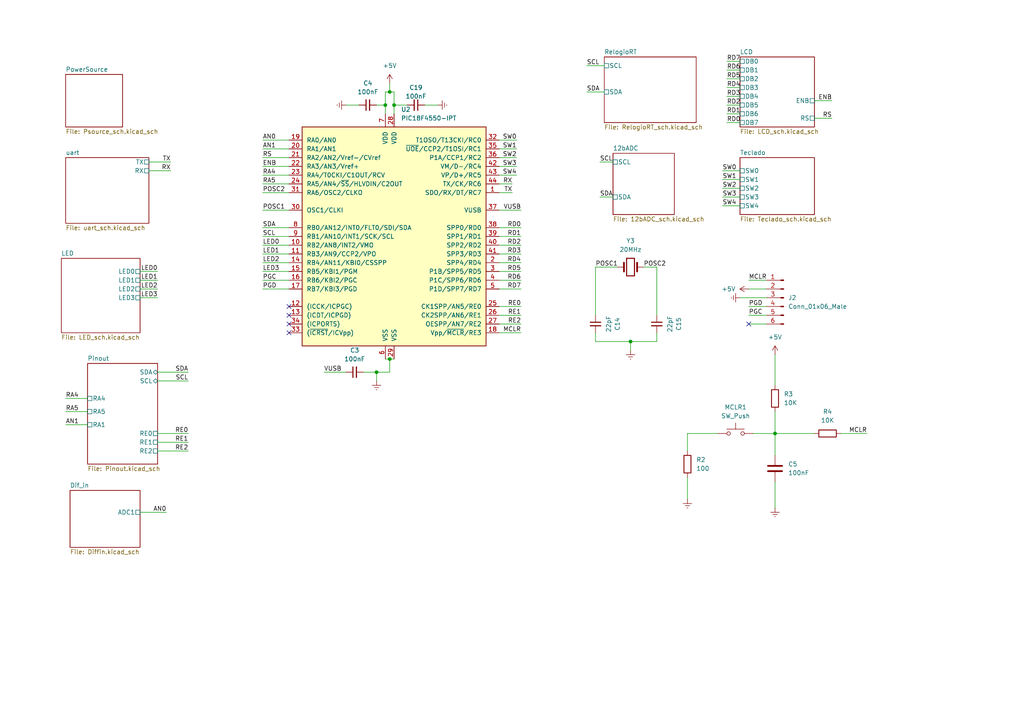
<source format=kicad_sch>
(kicad_sch (version 20211123) (generator eeschema)

  (uuid df1dfced-018d-4945-a3a7-025f4b9800ea)

  (paper "A4")

  (lib_symbols
    (symbol "Connector:Conn_01x06_Male" (pin_names (offset 1.016) hide) (in_bom yes) (on_board yes)
      (property "Reference" "J" (id 0) (at 0 7.62 0)
        (effects (font (size 1.27 1.27)))
      )
      (property "Value" "Conn_01x06_Male" (id 1) (at 0 -10.16 0)
        (effects (font (size 1.27 1.27)))
      )
      (property "Footprint" "" (id 2) (at 0 0 0)
        (effects (font (size 1.27 1.27)) hide)
      )
      (property "Datasheet" "~" (id 3) (at 0 0 0)
        (effects (font (size 1.27 1.27)) hide)
      )
      (property "ki_keywords" "connector" (id 4) (at 0 0 0)
        (effects (font (size 1.27 1.27)) hide)
      )
      (property "ki_description" "Generic connector, single row, 01x06, script generated (kicad-library-utils/schlib/autogen/connector/)" (id 5) (at 0 0 0)
        (effects (font (size 1.27 1.27)) hide)
      )
      (property "ki_fp_filters" "Connector*:*_1x??_*" (id 6) (at 0 0 0)
        (effects (font (size 1.27 1.27)) hide)
      )
      (symbol "Conn_01x06_Male_1_1"
        (polyline
          (pts
            (xy 1.27 -7.62)
            (xy 0.8636 -7.62)
          )
          (stroke (width 0.1524) (type default) (color 0 0 0 0))
          (fill (type none))
        )
        (polyline
          (pts
            (xy 1.27 -5.08)
            (xy 0.8636 -5.08)
          )
          (stroke (width 0.1524) (type default) (color 0 0 0 0))
          (fill (type none))
        )
        (polyline
          (pts
            (xy 1.27 -2.54)
            (xy 0.8636 -2.54)
          )
          (stroke (width 0.1524) (type default) (color 0 0 0 0))
          (fill (type none))
        )
        (polyline
          (pts
            (xy 1.27 0)
            (xy 0.8636 0)
          )
          (stroke (width 0.1524) (type default) (color 0 0 0 0))
          (fill (type none))
        )
        (polyline
          (pts
            (xy 1.27 2.54)
            (xy 0.8636 2.54)
          )
          (stroke (width 0.1524) (type default) (color 0 0 0 0))
          (fill (type none))
        )
        (polyline
          (pts
            (xy 1.27 5.08)
            (xy 0.8636 5.08)
          )
          (stroke (width 0.1524) (type default) (color 0 0 0 0))
          (fill (type none))
        )
        (rectangle (start 0.8636 -7.493) (end 0 -7.747)
          (stroke (width 0.1524) (type default) (color 0 0 0 0))
          (fill (type outline))
        )
        (rectangle (start 0.8636 -4.953) (end 0 -5.207)
          (stroke (width 0.1524) (type default) (color 0 0 0 0))
          (fill (type outline))
        )
        (rectangle (start 0.8636 -2.413) (end 0 -2.667)
          (stroke (width 0.1524) (type default) (color 0 0 0 0))
          (fill (type outline))
        )
        (rectangle (start 0.8636 0.127) (end 0 -0.127)
          (stroke (width 0.1524) (type default) (color 0 0 0 0))
          (fill (type outline))
        )
        (rectangle (start 0.8636 2.667) (end 0 2.413)
          (stroke (width 0.1524) (type default) (color 0 0 0 0))
          (fill (type outline))
        )
        (rectangle (start 0.8636 5.207) (end 0 4.953)
          (stroke (width 0.1524) (type default) (color 0 0 0 0))
          (fill (type outline))
        )
        (pin passive line (at 5.08 5.08 180) (length 3.81)
          (name "Pin_1" (effects (font (size 1.27 1.27))))
          (number "1" (effects (font (size 1.27 1.27))))
        )
        (pin passive line (at 5.08 2.54 180) (length 3.81)
          (name "Pin_2" (effects (font (size 1.27 1.27))))
          (number "2" (effects (font (size 1.27 1.27))))
        )
        (pin passive line (at 5.08 0 180) (length 3.81)
          (name "Pin_3" (effects (font (size 1.27 1.27))))
          (number "3" (effects (font (size 1.27 1.27))))
        )
        (pin passive line (at 5.08 -2.54 180) (length 3.81)
          (name "Pin_4" (effects (font (size 1.27 1.27))))
          (number "4" (effects (font (size 1.27 1.27))))
        )
        (pin passive line (at 5.08 -5.08 180) (length 3.81)
          (name "Pin_5" (effects (font (size 1.27 1.27))))
          (number "5" (effects (font (size 1.27 1.27))))
        )
        (pin passive line (at 5.08 -7.62 180) (length 3.81)
          (name "Pin_6" (effects (font (size 1.27 1.27))))
          (number "6" (effects (font (size 1.27 1.27))))
        )
      )
    )
    (symbol "Device:C" (pin_numbers hide) (pin_names (offset 0.254)) (in_bom yes) (on_board yes)
      (property "Reference" "C" (id 0) (at 0.635 2.54 0)
        (effects (font (size 1.27 1.27)) (justify left))
      )
      (property "Value" "C" (id 1) (at 0.635 -2.54 0)
        (effects (font (size 1.27 1.27)) (justify left))
      )
      (property "Footprint" "" (id 2) (at 0.9652 -3.81 0)
        (effects (font (size 1.27 1.27)) hide)
      )
      (property "Datasheet" "~" (id 3) (at 0 0 0)
        (effects (font (size 1.27 1.27)) hide)
      )
      (property "ki_keywords" "cap capacitor" (id 4) (at 0 0 0)
        (effects (font (size 1.27 1.27)) hide)
      )
      (property "ki_description" "Unpolarized capacitor" (id 5) (at 0 0 0)
        (effects (font (size 1.27 1.27)) hide)
      )
      (property "ki_fp_filters" "C_*" (id 6) (at 0 0 0)
        (effects (font (size 1.27 1.27)) hide)
      )
      (symbol "C_0_1"
        (polyline
          (pts
            (xy -2.032 -0.762)
            (xy 2.032 -0.762)
          )
          (stroke (width 0.508) (type default) (color 0 0 0 0))
          (fill (type none))
        )
        (polyline
          (pts
            (xy -2.032 0.762)
            (xy 2.032 0.762)
          )
          (stroke (width 0.508) (type default) (color 0 0 0 0))
          (fill (type none))
        )
      )
      (symbol "C_1_1"
        (pin passive line (at 0 3.81 270) (length 2.794)
          (name "~" (effects (font (size 1.27 1.27))))
          (number "1" (effects (font (size 1.27 1.27))))
        )
        (pin passive line (at 0 -3.81 90) (length 2.794)
          (name "~" (effects (font (size 1.27 1.27))))
          (number "2" (effects (font (size 1.27 1.27))))
        )
      )
    )
    (symbol "Device:C_Small" (pin_numbers hide) (pin_names (offset 0.254) hide) (in_bom yes) (on_board yes)
      (property "Reference" "C" (id 0) (at 0.254 1.778 0)
        (effects (font (size 1.27 1.27)) (justify left))
      )
      (property "Value" "C_Small" (id 1) (at 0.254 -2.032 0)
        (effects (font (size 1.27 1.27)) (justify left))
      )
      (property "Footprint" "" (id 2) (at 0 0 0)
        (effects (font (size 1.27 1.27)) hide)
      )
      (property "Datasheet" "~" (id 3) (at 0 0 0)
        (effects (font (size 1.27 1.27)) hide)
      )
      (property "ki_keywords" "capacitor cap" (id 4) (at 0 0 0)
        (effects (font (size 1.27 1.27)) hide)
      )
      (property "ki_description" "Unpolarized capacitor, small symbol" (id 5) (at 0 0 0)
        (effects (font (size 1.27 1.27)) hide)
      )
      (property "ki_fp_filters" "C_*" (id 6) (at 0 0 0)
        (effects (font (size 1.27 1.27)) hide)
      )
      (symbol "C_Small_0_1"
        (polyline
          (pts
            (xy -1.524 -0.508)
            (xy 1.524 -0.508)
          )
          (stroke (width 0.3302) (type default) (color 0 0 0 0))
          (fill (type none))
        )
        (polyline
          (pts
            (xy -1.524 0.508)
            (xy 1.524 0.508)
          )
          (stroke (width 0.3048) (type default) (color 0 0 0 0))
          (fill (type none))
        )
      )
      (symbol "C_Small_1_1"
        (pin passive line (at 0 2.54 270) (length 2.032)
          (name "~" (effects (font (size 1.27 1.27))))
          (number "1" (effects (font (size 1.27 1.27))))
        )
        (pin passive line (at 0 -2.54 90) (length 2.032)
          (name "~" (effects (font (size 1.27 1.27))))
          (number "2" (effects (font (size 1.27 1.27))))
        )
      )
    )
    (symbol "Device:Crystal" (pin_numbers hide) (pin_names (offset 1.016) hide) (in_bom yes) (on_board yes)
      (property "Reference" "Y" (id 0) (at 0 3.81 0)
        (effects (font (size 1.27 1.27)))
      )
      (property "Value" "Crystal" (id 1) (at 0 -3.81 0)
        (effects (font (size 1.27 1.27)))
      )
      (property "Footprint" "" (id 2) (at 0 0 0)
        (effects (font (size 1.27 1.27)) hide)
      )
      (property "Datasheet" "~" (id 3) (at 0 0 0)
        (effects (font (size 1.27 1.27)) hide)
      )
      (property "ki_keywords" "quartz ceramic resonator oscillator" (id 4) (at 0 0 0)
        (effects (font (size 1.27 1.27)) hide)
      )
      (property "ki_description" "Two pin crystal" (id 5) (at 0 0 0)
        (effects (font (size 1.27 1.27)) hide)
      )
      (property "ki_fp_filters" "Crystal*" (id 6) (at 0 0 0)
        (effects (font (size 1.27 1.27)) hide)
      )
      (symbol "Crystal_0_1"
        (rectangle (start -1.143 2.54) (end 1.143 -2.54)
          (stroke (width 0.3048) (type default) (color 0 0 0 0))
          (fill (type none))
        )
        (polyline
          (pts
            (xy -2.54 0)
            (xy -1.905 0)
          )
          (stroke (width 0) (type default) (color 0 0 0 0))
          (fill (type none))
        )
        (polyline
          (pts
            (xy -1.905 -1.27)
            (xy -1.905 1.27)
          )
          (stroke (width 0.508) (type default) (color 0 0 0 0))
          (fill (type none))
        )
        (polyline
          (pts
            (xy 1.905 -1.27)
            (xy 1.905 1.27)
          )
          (stroke (width 0.508) (type default) (color 0 0 0 0))
          (fill (type none))
        )
        (polyline
          (pts
            (xy 2.54 0)
            (xy 1.905 0)
          )
          (stroke (width 0) (type default) (color 0 0 0 0))
          (fill (type none))
        )
      )
      (symbol "Crystal_1_1"
        (pin passive line (at -3.81 0 0) (length 1.27)
          (name "1" (effects (font (size 1.27 1.27))))
          (number "1" (effects (font (size 1.27 1.27))))
        )
        (pin passive line (at 3.81 0 180) (length 1.27)
          (name "2" (effects (font (size 1.27 1.27))))
          (number "2" (effects (font (size 1.27 1.27))))
        )
      )
    )
    (symbol "Device:R" (pin_numbers hide) (pin_names (offset 0)) (in_bom yes) (on_board yes)
      (property "Reference" "R" (id 0) (at 2.032 0 90)
        (effects (font (size 1.27 1.27)))
      )
      (property "Value" "R" (id 1) (at 0 0 90)
        (effects (font (size 1.27 1.27)))
      )
      (property "Footprint" "" (id 2) (at -1.778 0 90)
        (effects (font (size 1.27 1.27)) hide)
      )
      (property "Datasheet" "~" (id 3) (at 0 0 0)
        (effects (font (size 1.27 1.27)) hide)
      )
      (property "ki_keywords" "R res resistor" (id 4) (at 0 0 0)
        (effects (font (size 1.27 1.27)) hide)
      )
      (property "ki_description" "Resistor" (id 5) (at 0 0 0)
        (effects (font (size 1.27 1.27)) hide)
      )
      (property "ki_fp_filters" "R_*" (id 6) (at 0 0 0)
        (effects (font (size 1.27 1.27)) hide)
      )
      (symbol "R_0_1"
        (rectangle (start -1.016 -2.54) (end 1.016 2.54)
          (stroke (width 0.254) (type default) (color 0 0 0 0))
          (fill (type none))
        )
      )
      (symbol "R_1_1"
        (pin passive line (at 0 3.81 270) (length 1.27)
          (name "~" (effects (font (size 1.27 1.27))))
          (number "1" (effects (font (size 1.27 1.27))))
        )
        (pin passive line (at 0 -3.81 90) (length 1.27)
          (name "~" (effects (font (size 1.27 1.27))))
          (number "2" (effects (font (size 1.27 1.27))))
        )
      )
    )
    (symbol "MCU_Microchip_PIC18:PIC18F4550-IPT" (pin_names (offset 1.27)) (in_bom yes) (on_board yes)
      (property "Reference" "U" (id 0) (at -25.4 33.02 0)
        (effects (font (size 1.27 1.27)))
      )
      (property "Value" "PIC18F4550-IPT" (id 1) (at 16.51 -33.02 0)
        (effects (font (size 1.27 1.27)))
      )
      (property "Footprint" "Package_QFP:TQFP-44_10x10mm_P0.8mm" (id 2) (at 0 5.08 0)
        (effects (font (size 1.27 1.27) italic) hide)
      )
      (property "Datasheet" "http://ww1.microchip.com/downloads/en/DeviceDoc/39760d.pdf" (id 3) (at 0 -6.35 0)
        (effects (font (size 1.27 1.27)) hide)
      )
      (property "ki_keywords" "Flash-Based 8-Bit Microcontroller XLP" (id 4) (at 0 0 0)
        (effects (font (size 1.27 1.27)) hide)
      )
      (property "ki_description" "32K Flash, 2K SRAM, 256 EEPROM, USB, nanoWatt XLP, TQFP44" (id 5) (at 0 0 0)
        (effects (font (size 1.27 1.27)) hide)
      )
      (property "ki_fp_filters" "TQFP*10x10mm*P0.8mm*" (id 6) (at 0 0 0)
        (effects (font (size 1.27 1.27)) hide)
      )
      (symbol "PIC18F4550-IPT_0_1"
        (rectangle (start -26.67 31.75) (end 26.67 -31.75)
          (stroke (width 0.254) (type default) (color 0 0 0 0))
          (fill (type background))
        )
      )
      (symbol "PIC18F4550-IPT_1_1"
        (pin bidirectional line (at 30.48 12.7 180) (length 3.81)
          (name "SDO/RX/DT/RC7" (effects (font (size 1.27 1.27))))
          (number "1" (effects (font (size 1.27 1.27))))
        )
        (pin bidirectional line (at -30.48 -2.54 0) (length 3.81)
          (name "RB2/AN8/INT2/VMO" (effects (font (size 1.27 1.27))))
          (number "10" (effects (font (size 1.27 1.27))))
        )
        (pin bidirectional line (at -30.48 -5.08 0) (length 3.81)
          (name "RB3/AN9/CCP2/VPO" (effects (font (size 1.27 1.27))))
          (number "11" (effects (font (size 1.27 1.27))))
        )
        (pin bidirectional line (at -30.48 -20.32 0) (length 3.81)
          (name "(ICCK/ICPGC)" (effects (font (size 1.27 1.27))))
          (number "12" (effects (font (size 1.27 1.27))))
        )
        (pin bidirectional line (at -30.48 -22.86 0) (length 3.81)
          (name "(ICDT/ICPGD)" (effects (font (size 1.27 1.27))))
          (number "13" (effects (font (size 1.27 1.27))))
        )
        (pin bidirectional line (at -30.48 -7.62 0) (length 3.81)
          (name "RB4/AN11/KBI0/CSSPP" (effects (font (size 1.27 1.27))))
          (number "14" (effects (font (size 1.27 1.27))))
        )
        (pin bidirectional line (at -30.48 -10.16 0) (length 3.81)
          (name "RB5/KBI1/PGM" (effects (font (size 1.27 1.27))))
          (number "15" (effects (font (size 1.27 1.27))))
        )
        (pin bidirectional line (at -30.48 -12.7 0) (length 3.81)
          (name "RB6/KBI2/PGC" (effects (font (size 1.27 1.27))))
          (number "16" (effects (font (size 1.27 1.27))))
        )
        (pin bidirectional line (at -30.48 -15.24 0) (length 3.81)
          (name "RB7/KBI3/PGD" (effects (font (size 1.27 1.27))))
          (number "17" (effects (font (size 1.27 1.27))))
        )
        (pin input line (at 30.48 -27.94 180) (length 3.81)
          (name "Vpp/~{MCLR}/RE3" (effects (font (size 1.27 1.27))))
          (number "18" (effects (font (size 1.27 1.27))))
        )
        (pin bidirectional line (at -30.48 27.94 0) (length 3.81)
          (name "RA0/AN0" (effects (font (size 1.27 1.27))))
          (number "19" (effects (font (size 1.27 1.27))))
        )
        (pin bidirectional line (at 30.48 -7.62 180) (length 3.81)
          (name "SPP4/RD4" (effects (font (size 1.27 1.27))))
          (number "2" (effects (font (size 1.27 1.27))))
        )
        (pin bidirectional line (at -30.48 25.4 0) (length 3.81)
          (name "RA1/AN1" (effects (font (size 1.27 1.27))))
          (number "20" (effects (font (size 1.27 1.27))))
        )
        (pin bidirectional line (at -30.48 22.86 0) (length 3.81)
          (name "RA2/AN2/Vref-/CVref" (effects (font (size 1.27 1.27))))
          (number "21" (effects (font (size 1.27 1.27))))
        )
        (pin bidirectional line (at -30.48 20.32 0) (length 3.81)
          (name "RA3/AN3/Vref+" (effects (font (size 1.27 1.27))))
          (number "22" (effects (font (size 1.27 1.27))))
        )
        (pin bidirectional line (at -30.48 17.78 0) (length 3.81)
          (name "RA4/T0CKI/C1OUT/RCV" (effects (font (size 1.27 1.27))))
          (number "23" (effects (font (size 1.27 1.27))))
        )
        (pin bidirectional line (at -30.48 15.24 0) (length 3.81)
          (name "RA5/AN4/~{SS}/HLVDIN/C2OUT" (effects (font (size 1.27 1.27))))
          (number "24" (effects (font (size 1.27 1.27))))
        )
        (pin bidirectional line (at 30.48 -20.32 180) (length 3.81)
          (name "CK1SPP/AN5/RE0" (effects (font (size 1.27 1.27))))
          (number "25" (effects (font (size 1.27 1.27))))
        )
        (pin bidirectional line (at 30.48 -22.86 180) (length 3.81)
          (name "CK2SPP/AN6/RE1" (effects (font (size 1.27 1.27))))
          (number "26" (effects (font (size 1.27 1.27))))
        )
        (pin bidirectional line (at 30.48 -25.4 180) (length 3.81)
          (name "OESPP/AN7/RE2" (effects (font (size 1.27 1.27))))
          (number "27" (effects (font (size 1.27 1.27))))
        )
        (pin power_in line (at 0 35.56 270) (length 3.81)
          (name "VDD" (effects (font (size 1.27 1.27))))
          (number "28" (effects (font (size 1.27 1.27))))
        )
        (pin power_in line (at 0 -35.56 90) (length 3.81)
          (name "VSS" (effects (font (size 1.27 1.27))))
          (number "29" (effects (font (size 1.27 1.27))))
        )
        (pin bidirectional line (at 30.48 -10.16 180) (length 3.81)
          (name "P1B/SPP5/RD5" (effects (font (size 1.27 1.27))))
          (number "3" (effects (font (size 1.27 1.27))))
        )
        (pin input line (at -30.48 7.62 0) (length 3.81)
          (name "OSC1/CLKI" (effects (font (size 1.27 1.27))))
          (number "30" (effects (font (size 1.27 1.27))))
        )
        (pin output line (at -30.48 12.7 0) (length 3.81)
          (name "RA6/OSC2/CLKO" (effects (font (size 1.27 1.27))))
          (number "31" (effects (font (size 1.27 1.27))))
        )
        (pin bidirectional line (at 30.48 27.94 180) (length 3.81)
          (name "T1OSO/T13CKI/RC0" (effects (font (size 1.27 1.27))))
          (number "32" (effects (font (size 1.27 1.27))))
        )
        (pin input line (at -30.48 -27.94 0) (length 3.81)
          (name "(~{ICRST}/ICVpp)" (effects (font (size 1.27 1.27))))
          (number "33" (effects (font (size 1.27 1.27))))
        )
        (pin bidirectional line (at -30.48 -25.4 0) (length 3.81)
          (name "(ICPORTS)" (effects (font (size 1.27 1.27))))
          (number "34" (effects (font (size 1.27 1.27))))
        )
        (pin bidirectional line (at 30.48 25.4 180) (length 3.81)
          (name "~{UOE}/CCP2/T1OSI/RC1" (effects (font (size 1.27 1.27))))
          (number "35" (effects (font (size 1.27 1.27))))
        )
        (pin bidirectional line (at 30.48 22.86 180) (length 3.81)
          (name "P1A/CCP1/RC2" (effects (font (size 1.27 1.27))))
          (number "36" (effects (font (size 1.27 1.27))))
        )
        (pin bidirectional line (at 30.48 7.62 180) (length 3.81)
          (name "VUSB" (effects (font (size 1.27 1.27))))
          (number "37" (effects (font (size 1.27 1.27))))
        )
        (pin bidirectional line (at 30.48 2.54 180) (length 3.81)
          (name "SPP0/RD0" (effects (font (size 1.27 1.27))))
          (number "38" (effects (font (size 1.27 1.27))))
        )
        (pin bidirectional line (at 30.48 0 180) (length 3.81)
          (name "SPP1/RD1" (effects (font (size 1.27 1.27))))
          (number "39" (effects (font (size 1.27 1.27))))
        )
        (pin bidirectional line (at 30.48 -12.7 180) (length 3.81)
          (name "P1C/SPP6/RD6" (effects (font (size 1.27 1.27))))
          (number "4" (effects (font (size 1.27 1.27))))
        )
        (pin bidirectional line (at 30.48 -2.54 180) (length 3.81)
          (name "SPP2/RD2" (effects (font (size 1.27 1.27))))
          (number "40" (effects (font (size 1.27 1.27))))
        )
        (pin bidirectional line (at 30.48 -5.08 180) (length 3.81)
          (name "SPP3/RD3" (effects (font (size 1.27 1.27))))
          (number "41" (effects (font (size 1.27 1.27))))
        )
        (pin bidirectional line (at 30.48 20.32 180) (length 3.81)
          (name "VM/D-/RC4" (effects (font (size 1.27 1.27))))
          (number "42" (effects (font (size 1.27 1.27))))
        )
        (pin bidirectional line (at 30.48 17.78 180) (length 3.81)
          (name "VP/D+/RC5" (effects (font (size 1.27 1.27))))
          (number "43" (effects (font (size 1.27 1.27))))
        )
        (pin bidirectional line (at 30.48 15.24 180) (length 3.81)
          (name "TX/CK/RC6" (effects (font (size 1.27 1.27))))
          (number "44" (effects (font (size 1.27 1.27))))
        )
        (pin bidirectional line (at 30.48 -15.24 180) (length 3.81)
          (name "P1D/SPP7/RD7" (effects (font (size 1.27 1.27))))
          (number "5" (effects (font (size 1.27 1.27))))
        )
        (pin power_in line (at -2.54 -35.56 90) (length 3.81)
          (name "VSS" (effects (font (size 1.27 1.27))))
          (number "6" (effects (font (size 1.27 1.27))))
        )
        (pin power_in line (at -2.54 35.56 270) (length 3.81)
          (name "VDD" (effects (font (size 1.27 1.27))))
          (number "7" (effects (font (size 1.27 1.27))))
        )
        (pin bidirectional line (at -30.48 2.54 0) (length 3.81)
          (name "RB0/AN12/INT0/FLT0/SDI/SDA" (effects (font (size 1.27 1.27))))
          (number "8" (effects (font (size 1.27 1.27))))
        )
        (pin bidirectional line (at -30.48 0 0) (length 3.81)
          (name "RB1/AN10/INT1/SCK/SCL" (effects (font (size 1.27 1.27))))
          (number "9" (effects (font (size 1.27 1.27))))
        )
      )
    )
    (symbol "Switch:SW_Push" (pin_numbers hide) (pin_names (offset 1.016) hide) (in_bom yes) (on_board yes)
      (property "Reference" "SW" (id 0) (at 1.27 2.54 0)
        (effects (font (size 1.27 1.27)) (justify left))
      )
      (property "Value" "SW_Push" (id 1) (at 0 -1.524 0)
        (effects (font (size 1.27 1.27)))
      )
      (property "Footprint" "" (id 2) (at 0 5.08 0)
        (effects (font (size 1.27 1.27)) hide)
      )
      (property "Datasheet" "~" (id 3) (at 0 5.08 0)
        (effects (font (size 1.27 1.27)) hide)
      )
      (property "ki_keywords" "switch normally-open pushbutton push-button" (id 4) (at 0 0 0)
        (effects (font (size 1.27 1.27)) hide)
      )
      (property "ki_description" "Push button switch, generic, two pins" (id 5) (at 0 0 0)
        (effects (font (size 1.27 1.27)) hide)
      )
      (symbol "SW_Push_0_1"
        (circle (center -2.032 0) (radius 0.508)
          (stroke (width 0) (type default) (color 0 0 0 0))
          (fill (type none))
        )
        (polyline
          (pts
            (xy 0 1.27)
            (xy 0 3.048)
          )
          (stroke (width 0) (type default) (color 0 0 0 0))
          (fill (type none))
        )
        (polyline
          (pts
            (xy 2.54 1.27)
            (xy -2.54 1.27)
          )
          (stroke (width 0) (type default) (color 0 0 0 0))
          (fill (type none))
        )
        (circle (center 2.032 0) (radius 0.508)
          (stroke (width 0) (type default) (color 0 0 0 0))
          (fill (type none))
        )
        (pin passive line (at -5.08 0 0) (length 2.54)
          (name "1" (effects (font (size 1.27 1.27))))
          (number "1" (effects (font (size 1.27 1.27))))
        )
        (pin passive line (at 5.08 0 180) (length 2.54)
          (name "2" (effects (font (size 1.27 1.27))))
          (number "2" (effects (font (size 1.27 1.27))))
        )
      )
    )
    (symbol "power:+5V" (power) (pin_names (offset 0)) (in_bom yes) (on_board yes)
      (property "Reference" "#PWR" (id 0) (at 0 -3.81 0)
        (effects (font (size 1.27 1.27)) hide)
      )
      (property "Value" "+5V" (id 1) (at 0 3.556 0)
        (effects (font (size 1.27 1.27)))
      )
      (property "Footprint" "" (id 2) (at 0 0 0)
        (effects (font (size 1.27 1.27)) hide)
      )
      (property "Datasheet" "" (id 3) (at 0 0 0)
        (effects (font (size 1.27 1.27)) hide)
      )
      (property "ki_keywords" "power-flag" (id 4) (at 0 0 0)
        (effects (font (size 1.27 1.27)) hide)
      )
      (property "ki_description" "Power symbol creates a global label with name \"+5V\"" (id 5) (at 0 0 0)
        (effects (font (size 1.27 1.27)) hide)
      )
      (symbol "+5V_0_1"
        (polyline
          (pts
            (xy -0.762 1.27)
            (xy 0 2.54)
          )
          (stroke (width 0) (type default) (color 0 0 0 0))
          (fill (type none))
        )
        (polyline
          (pts
            (xy 0 0)
            (xy 0 2.54)
          )
          (stroke (width 0) (type default) (color 0 0 0 0))
          (fill (type none))
        )
        (polyline
          (pts
            (xy 0 2.54)
            (xy 0.762 1.27)
          )
          (stroke (width 0) (type default) (color 0 0 0 0))
          (fill (type none))
        )
      )
      (symbol "+5V_1_1"
        (pin power_in line (at 0 0 90) (length 0) hide
          (name "+5V" (effects (font (size 1.27 1.27))))
          (number "1" (effects (font (size 1.27 1.27))))
        )
      )
    )
    (symbol "power:Earth" (power) (pin_names (offset 0)) (in_bom yes) (on_board yes)
      (property "Reference" "#PWR" (id 0) (at 0 -6.35 0)
        (effects (font (size 1.27 1.27)) hide)
      )
      (property "Value" "Earth" (id 1) (at 0 -3.81 0)
        (effects (font (size 1.27 1.27)) hide)
      )
      (property "Footprint" "" (id 2) (at 0 0 0)
        (effects (font (size 1.27 1.27)) hide)
      )
      (property "Datasheet" "~" (id 3) (at 0 0 0)
        (effects (font (size 1.27 1.27)) hide)
      )
      (property "ki_keywords" "power-flag ground gnd" (id 4) (at 0 0 0)
        (effects (font (size 1.27 1.27)) hide)
      )
      (property "ki_description" "Power symbol creates a global label with name \"Earth\"" (id 5) (at 0 0 0)
        (effects (font (size 1.27 1.27)) hide)
      )
      (symbol "Earth_0_1"
        (polyline
          (pts
            (xy -0.635 -1.905)
            (xy 0.635 -1.905)
          )
          (stroke (width 0) (type default) (color 0 0 0 0))
          (fill (type none))
        )
        (polyline
          (pts
            (xy -0.127 -2.54)
            (xy 0.127 -2.54)
          )
          (stroke (width 0) (type default) (color 0 0 0 0))
          (fill (type none))
        )
        (polyline
          (pts
            (xy 0 -1.27)
            (xy 0 0)
          )
          (stroke (width 0) (type default) (color 0 0 0 0))
          (fill (type none))
        )
        (polyline
          (pts
            (xy 1.27 -1.27)
            (xy -1.27 -1.27)
          )
          (stroke (width 0) (type default) (color 0 0 0 0))
          (fill (type none))
        )
      )
      (symbol "Earth_1_1"
        (pin power_in line (at 0 0 270) (length 0) hide
          (name "Earth" (effects (font (size 1.27 1.27))))
          (number "1" (effects (font (size 1.27 1.27))))
        )
      )
    )
  )

  (junction (at 109.22 107.95) (diameter 0) (color 0 0 0 0)
    (uuid 03bde406-4393-4005-adc6-4f991b1502b6)
  )
  (junction (at 224.79 125.73) (diameter 0) (color 0 0 0 0)
    (uuid 0e6fe276-8053-4773-86b2-b86d6647e1d1)
  )
  (junction (at 111.76 30.48) (diameter 0) (color 0 0 0 0)
    (uuid 9566536a-9ff5-4fe7-a095-ea5a611f19f6)
  )
  (junction (at 113.03 26.67) (diameter 0) (color 0 0 0 0)
    (uuid a17a9c8a-ee91-46b2-8b1c-3f9488722682)
  )
  (junction (at 114.3 30.48) (diameter 0) (color 0 0 0 0)
    (uuid e0b25d7c-2ab9-4e8e-ac45-c50bce46691f)
  )
  (junction (at 113.03 104.14) (diameter 0) (color 0 0 0 0)
    (uuid e415e8dc-c86a-4133-b4fd-313ca8b7e06c)
  )
  (junction (at 182.88 99.06) (diameter 0) (color 0 0 0 0)
    (uuid f9fcc193-15f5-40ff-a60c-9985bffddca7)
  )

  (no_connect (at 217.17 93.98) (uuid 4c6586db-5f53-42df-979c-281950bef7af))
  (no_connect (at 83.82 96.52) (uuid 69667217-7bdb-4c73-9ac0-5262bf0e3a69))
  (no_connect (at 83.82 93.98) (uuid 69667217-7bdb-4c73-9ac0-5262bf0e3a6a))
  (no_connect (at 83.82 91.44) (uuid 69667217-7bdb-4c73-9ac0-5262bf0e3a6b))
  (no_connect (at 83.82 88.9) (uuid 69667217-7bdb-4c73-9ac0-5262bf0e3a6c))

  (wire (pts (xy 214.63 33.02) (xy 210.82 33.02))
    (stroke (width 0) (type default) (color 0 0 0 0))
    (uuid 009eab14-c637-4daf-b4ef-f1be766ec023)
  )
  (wire (pts (xy 76.2 55.88) (xy 83.82 55.88))
    (stroke (width 0) (type default) (color 0 0 0 0))
    (uuid 03af8069-7b5a-42fd-927f-793d12816aa2)
  )
  (wire (pts (xy 190.5 77.47) (xy 190.5 91.44))
    (stroke (width 0) (type default) (color 0 0 0 0))
    (uuid 07ad3f56-da9c-49ab-8344-a0e54ec51b78)
  )
  (wire (pts (xy 144.78 73.66) (xy 151.13 73.66))
    (stroke (width 0) (type default) (color 0 0 0 0))
    (uuid 0874bfa1-7e7d-434b-96c0-7537f54cd23c)
  )
  (wire (pts (xy 76.2 71.12) (xy 83.82 71.12))
    (stroke (width 0) (type default) (color 0 0 0 0))
    (uuid 0a0ff11a-2fc7-494d-a310-3338d708aed3)
  )
  (wire (pts (xy 76.2 53.34) (xy 83.82 53.34))
    (stroke (width 0) (type default) (color 0 0 0 0))
    (uuid 0c49cebe-b79e-419c-b9b8-fa9c3f1798f9)
  )
  (wire (pts (xy 214.63 49.53) (xy 209.55 49.53))
    (stroke (width 0) (type default) (color 0 0 0 0))
    (uuid 0cbc08c1-b37c-4c5b-9be4-a1d54257f9f0)
  )
  (wire (pts (xy 224.79 139.7) (xy 224.79 147.32))
    (stroke (width 0) (type default) (color 0 0 0 0))
    (uuid 0e030b01-5890-4779-afad-531004292e31)
  )
  (wire (pts (xy 144.78 71.12) (xy 151.13 71.12))
    (stroke (width 0) (type default) (color 0 0 0 0))
    (uuid 10f3dfcf-9db2-4e9a-a434-d2de041151c4)
  )
  (wire (pts (xy 76.2 68.58) (xy 83.82 68.58))
    (stroke (width 0) (type default) (color 0 0 0 0))
    (uuid 1497dfe6-9c1e-440e-9f5b-da2bc762f19b)
  )
  (wire (pts (xy 243.84 125.73) (xy 251.46 125.73))
    (stroke (width 0) (type default) (color 0 0 0 0))
    (uuid 15ab0392-9dfb-4e19-81bd-6fc9aed96ab1)
  )
  (wire (pts (xy 144.78 66.04) (xy 151.13 66.04))
    (stroke (width 0) (type default) (color 0 0 0 0))
    (uuid 15eab408-5f18-409f-a40e-fd688a77400d)
  )
  (wire (pts (xy 76.2 81.28) (xy 83.82 81.28))
    (stroke (width 0) (type default) (color 0 0 0 0))
    (uuid 1a3c6efd-aa88-419c-9ee6-0946c824e34a)
  )
  (wire (pts (xy 113.03 104.14) (xy 114.3 104.14))
    (stroke (width 0) (type default) (color 0 0 0 0))
    (uuid 210651d5-7206-4682-9c28-6b3d3d02dab3)
  )
  (wire (pts (xy 214.63 30.48) (xy 210.82 30.48))
    (stroke (width 0) (type default) (color 0 0 0 0))
    (uuid 24cf6133-c5d4-4fdb-987d-9aa314490212)
  )
  (wire (pts (xy 114.3 30.48) (xy 114.3 26.67))
    (stroke (width 0) (type default) (color 0 0 0 0))
    (uuid 28ace46b-2030-4b83-bccf-b9c8fea20e1c)
  )
  (wire (pts (xy 214.63 86.36) (xy 222.25 86.36))
    (stroke (width 0) (type default) (color 0 0 0 0))
    (uuid 29f9e224-de0c-40d3-8828-3dbebcd4cdb9)
  )
  (wire (pts (xy 19.05 119.38) (xy 25.4 119.38))
    (stroke (width 0) (type default) (color 0 0 0 0))
    (uuid 2a8e363e-a36b-48cb-af88-a4c1526233b5)
  )
  (wire (pts (xy 144.78 55.88) (xy 148.59 55.88))
    (stroke (width 0) (type default) (color 0 0 0 0))
    (uuid 33251583-4fb6-48b1-a51e-9e72f9198f17)
  )
  (wire (pts (xy 218.44 125.73) (xy 224.79 125.73))
    (stroke (width 0) (type default) (color 0 0 0 0))
    (uuid 34e846cb-a0ec-498e-9cfe-bb756c12e996)
  )
  (wire (pts (xy 214.63 17.78) (xy 210.82 17.78))
    (stroke (width 0) (type default) (color 0 0 0 0))
    (uuid 364ffbf4-1529-4717-bfbb-3ef24e70281b)
  )
  (wire (pts (xy 214.63 54.61) (xy 209.55 54.61))
    (stroke (width 0) (type default) (color 0 0 0 0))
    (uuid 36985560-3c4c-4f68-bb32-54c0f1541467)
  )
  (wire (pts (xy 144.78 81.28) (xy 151.13 81.28))
    (stroke (width 0) (type default) (color 0 0 0 0))
    (uuid 388c6a47-1f62-4c73-8f76-760c4b8852ec)
  )
  (wire (pts (xy 217.17 93.98) (xy 222.25 93.98))
    (stroke (width 0) (type default) (color 0 0 0 0))
    (uuid 3a151cd4-e26f-4bf4-b848-47de440c2a9b)
  )
  (wire (pts (xy 76.2 83.82) (xy 83.82 83.82))
    (stroke (width 0) (type default) (color 0 0 0 0))
    (uuid 3adecd10-7669-4944-a370-e548af685272)
  )
  (wire (pts (xy 109.22 30.48) (xy 111.76 30.48))
    (stroke (width 0) (type default) (color 0 0 0 0))
    (uuid 3db13e83-f33f-42b0-ba7d-b9b31d399584)
  )
  (wire (pts (xy 113.03 107.95) (xy 109.22 107.95))
    (stroke (width 0) (type default) (color 0 0 0 0))
    (uuid 3dc633c5-20ad-4f41-a1ac-85202281f3e8)
  )
  (wire (pts (xy 144.78 83.82) (xy 151.13 83.82))
    (stroke (width 0) (type default) (color 0 0 0 0))
    (uuid 45310ec0-5353-4b8f-be59-2d2516c80f3b)
  )
  (wire (pts (xy 199.39 130.81) (xy 199.39 125.73))
    (stroke (width 0) (type default) (color 0 0 0 0))
    (uuid 462d40ca-6403-4160-aea8-5738d136b468)
  )
  (wire (pts (xy 224.79 125.73) (xy 224.79 132.08))
    (stroke (width 0) (type default) (color 0 0 0 0))
    (uuid 4a10ba26-2752-4c7c-b43a-83a68a75253a)
  )
  (wire (pts (xy 179.07 77.47) (xy 172.72 77.47))
    (stroke (width 0) (type default) (color 0 0 0 0))
    (uuid 4a1af794-b9bb-4d2c-80f7-234b441de2da)
  )
  (wire (pts (xy 172.72 77.47) (xy 172.72 91.44))
    (stroke (width 0) (type default) (color 0 0 0 0))
    (uuid 4a3cb6e2-1dbd-43c3-90da-35f94e7e2ca3)
  )
  (wire (pts (xy 40.64 86.36) (xy 45.72 86.36))
    (stroke (width 0) (type default) (color 0 0 0 0))
    (uuid 4b018223-547c-4545-9c56-3584bc6140b1)
  )
  (wire (pts (xy 182.88 99.06) (xy 182.88 101.6))
    (stroke (width 0) (type default) (color 0 0 0 0))
    (uuid 55ecfc82-cd22-4c0a-a1a4-0d34c5ce5c48)
  )
  (wire (pts (xy 190.5 99.06) (xy 182.88 99.06))
    (stroke (width 0) (type default) (color 0 0 0 0))
    (uuid 5923d660-f2fa-47d4-994e-508b9938f448)
  )
  (wire (pts (xy 76.2 73.66) (xy 83.82 73.66))
    (stroke (width 0) (type default) (color 0 0 0 0))
    (uuid 59955bb7-0147-404a-b5f9-904f4ad04407)
  )
  (wire (pts (xy 45.72 130.81) (xy 54.61 130.81))
    (stroke (width 0) (type default) (color 0 0 0 0))
    (uuid 5b5ef88f-459d-44ff-949e-10c977cde939)
  )
  (wire (pts (xy 217.17 91.44) (xy 222.25 91.44))
    (stroke (width 0) (type default) (color 0 0 0 0))
    (uuid 627f83b5-1a5f-4818-bb28-27d1eb58914e)
  )
  (wire (pts (xy 173.99 46.99) (xy 177.8 46.99))
    (stroke (width 0) (type default) (color 0 0 0 0))
    (uuid 62929e42-f827-4ba1-b214-ad63df0be63e)
  )
  (wire (pts (xy 45.72 128.27) (xy 54.61 128.27))
    (stroke (width 0) (type default) (color 0 0 0 0))
    (uuid 64532846-4ac6-4073-825d-890e17688875)
  )
  (wire (pts (xy 214.63 57.15) (xy 209.55 57.15))
    (stroke (width 0) (type default) (color 0 0 0 0))
    (uuid 64c4f1f5-a48b-4fda-bdb4-22f584f557f4)
  )
  (wire (pts (xy 217.17 88.9) (xy 222.25 88.9))
    (stroke (width 0) (type default) (color 0 0 0 0))
    (uuid 677bc118-6808-4a49-b3f1-068f10ecee31)
  )
  (wire (pts (xy 113.03 104.14) (xy 113.03 107.95))
    (stroke (width 0) (type default) (color 0 0 0 0))
    (uuid 692cb7c1-01f8-47ab-ba34-6fa1d7748eae)
  )
  (wire (pts (xy 43.18 46.99) (xy 49.53 46.99))
    (stroke (width 0) (type default) (color 0 0 0 0))
    (uuid 6c689ef4-62a5-4f5c-a837-da3384206ebb)
  )
  (wire (pts (xy 214.63 52.07) (xy 209.55 52.07))
    (stroke (width 0) (type default) (color 0 0 0 0))
    (uuid 6c7aae8b-901a-4208-bdf3-a0042f9e989f)
  )
  (wire (pts (xy 241.3 29.21) (xy 236.22 29.21))
    (stroke (width 0) (type default) (color 0 0 0 0))
    (uuid 6cdde142-7c01-4ce2-be59-3046bd3ef8c7)
  )
  (wire (pts (xy 93.98 107.95) (xy 100.33 107.95))
    (stroke (width 0) (type default) (color 0 0 0 0))
    (uuid 6ee9deca-1f9b-4d5e-a6dd-07fdb1476f5c)
  )
  (wire (pts (xy 173.99 57.15) (xy 177.8 57.15))
    (stroke (width 0) (type default) (color 0 0 0 0))
    (uuid 6f6bae18-5d60-47f0-8898-f296d86c1763)
  )
  (wire (pts (xy 76.2 76.2) (xy 83.82 76.2))
    (stroke (width 0) (type default) (color 0 0 0 0))
    (uuid 71b95938-57b6-4278-a074-d352908dc506)
  )
  (wire (pts (xy 40.64 78.74) (xy 45.72 78.74))
    (stroke (width 0) (type default) (color 0 0 0 0))
    (uuid 749b1e37-8ece-494b-aaa2-650675a3e8f5)
  )
  (wire (pts (xy 144.78 88.9) (xy 151.13 88.9))
    (stroke (width 0) (type default) (color 0 0 0 0))
    (uuid 77b22472-4ddd-4625-820e-db9ad3590ef6)
  )
  (wire (pts (xy 144.78 78.74) (xy 151.13 78.74))
    (stroke (width 0) (type default) (color 0 0 0 0))
    (uuid 77e084af-0877-4a98-9f23-d6e3228c4fdd)
  )
  (wire (pts (xy 214.63 25.4) (xy 210.82 25.4))
    (stroke (width 0) (type default) (color 0 0 0 0))
    (uuid 7a8f33f2-8392-4540-ba1d-19779b9d1808)
  )
  (wire (pts (xy 113.03 26.67) (xy 111.76 26.67))
    (stroke (width 0) (type default) (color 0 0 0 0))
    (uuid 7ae103b2-8808-43ca-8279-63b631b3a5e5)
  )
  (wire (pts (xy 144.78 76.2) (xy 151.13 76.2))
    (stroke (width 0) (type default) (color 0 0 0 0))
    (uuid 7b36d44c-ea9d-459c-ae3a-2936ed652046)
  )
  (wire (pts (xy 45.72 110.49) (xy 54.61 110.49))
    (stroke (width 0) (type default) (color 0 0 0 0))
    (uuid 7c00d2d3-ea55-4575-a56d-6889875bb6e3)
  )
  (wire (pts (xy 43.18 49.53) (xy 49.53 49.53))
    (stroke (width 0) (type default) (color 0 0 0 0))
    (uuid 7c556109-a506-4284-9c02-4857180cfa2f)
  )
  (wire (pts (xy 214.63 59.69) (xy 209.55 59.69))
    (stroke (width 0) (type default) (color 0 0 0 0))
    (uuid 82411594-bee0-4a72-b79a-394a5009f9b8)
  )
  (wire (pts (xy 76.2 40.64) (xy 83.82 40.64))
    (stroke (width 0) (type default) (color 0 0 0 0))
    (uuid 831a95e8-be62-4546-9107-30acf7a17784)
  )
  (wire (pts (xy 76.2 66.04) (xy 83.82 66.04))
    (stroke (width 0) (type default) (color 0 0 0 0))
    (uuid 8861ba57-b6a8-4817-86f5-7db07ef19532)
  )
  (wire (pts (xy 144.78 45.72) (xy 149.86 45.72))
    (stroke (width 0) (type default) (color 0 0 0 0))
    (uuid 892751cb-1431-43b3-be27-a20f78ad7391)
  )
  (wire (pts (xy 100.33 30.48) (xy 104.14 30.48))
    (stroke (width 0) (type default) (color 0 0 0 0))
    (uuid 8984014c-f128-49c1-9eb4-45bef24a5886)
  )
  (wire (pts (xy 144.78 60.96) (xy 151.13 60.96))
    (stroke (width 0) (type default) (color 0 0 0 0))
    (uuid 8c40b0a6-0bda-4693-a169-7cc0eda9bfd6)
  )
  (wire (pts (xy 214.63 20.32) (xy 210.82 20.32))
    (stroke (width 0) (type default) (color 0 0 0 0))
    (uuid 8d563336-659e-41d1-8109-a0c38f4ec338)
  )
  (wire (pts (xy 76.2 43.18) (xy 83.82 43.18))
    (stroke (width 0) (type default) (color 0 0 0 0))
    (uuid 9176aecb-9e1a-40d4-b31a-63457df9176f)
  )
  (wire (pts (xy 214.63 22.86) (xy 210.82 22.86))
    (stroke (width 0) (type default) (color 0 0 0 0))
    (uuid 944b9fda-5ca0-4de6-a6f5-21ea08a3391d)
  )
  (wire (pts (xy 113.03 24.13) (xy 113.03 26.67))
    (stroke (width 0) (type default) (color 0 0 0 0))
    (uuid 9dd86c6f-9d9a-4110-9a69-4db573af918d)
  )
  (wire (pts (xy 144.78 40.64) (xy 149.86 40.64))
    (stroke (width 0) (type default) (color 0 0 0 0))
    (uuid a1998e15-78dc-47cd-9c71-9e1907cb9877)
  )
  (wire (pts (xy 241.3 34.29) (xy 236.22 34.29))
    (stroke (width 0) (type default) (color 0 0 0 0))
    (uuid a75569c2-ed8d-4832-8fff-3e354cf822e3)
  )
  (wire (pts (xy 109.22 107.95) (xy 105.41 107.95))
    (stroke (width 0) (type default) (color 0 0 0 0))
    (uuid a882ecd4-5c0e-4f17-99d7-85964f92d43b)
  )
  (wire (pts (xy 217.17 83.82) (xy 222.25 83.82))
    (stroke (width 0) (type default) (color 0 0 0 0))
    (uuid a8f8fa82-b988-4fc1-9723-d31076fe40c6)
  )
  (wire (pts (xy 111.76 30.48) (xy 111.76 33.02))
    (stroke (width 0) (type default) (color 0 0 0 0))
    (uuid aabf1c33-0c8e-4e28-a67e-6c3d097fb7db)
  )
  (wire (pts (xy 199.39 138.43) (xy 199.39 144.78))
    (stroke (width 0) (type default) (color 0 0 0 0))
    (uuid abffea8b-b9ad-4b9f-a7f3-cb0686325ca9)
  )
  (wire (pts (xy 114.3 30.48) (xy 118.11 30.48))
    (stroke (width 0) (type default) (color 0 0 0 0))
    (uuid ac41261f-c89c-4cb2-856c-edc38b009aeb)
  )
  (wire (pts (xy 170.18 19.05) (xy 175.26 19.05))
    (stroke (width 0) (type default) (color 0 0 0 0))
    (uuid aef8fde3-21e6-440e-a825-c4da22230034)
  )
  (wire (pts (xy 144.78 93.98) (xy 151.13 93.98))
    (stroke (width 0) (type default) (color 0 0 0 0))
    (uuid b0830d4f-f680-4a7a-8724-133d31c4e184)
  )
  (wire (pts (xy 76.2 50.8) (xy 83.82 50.8))
    (stroke (width 0) (type default) (color 0 0 0 0))
    (uuid b30a1ff4-5ffe-4245-8a73-0c3752e0dca9)
  )
  (wire (pts (xy 144.78 53.34) (xy 148.59 53.34))
    (stroke (width 0) (type default) (color 0 0 0 0))
    (uuid b37bdc8d-3cac-425a-8c96-5516ff6ca67f)
  )
  (wire (pts (xy 111.76 104.14) (xy 113.03 104.14))
    (stroke (width 0) (type default) (color 0 0 0 0))
    (uuid b38cb12d-1676-4f55-8292-782e78ba991c)
  )
  (wire (pts (xy 144.78 68.58) (xy 151.13 68.58))
    (stroke (width 0) (type default) (color 0 0 0 0))
    (uuid b3eb8a5e-637e-4357-940c-a84fd4d28521)
  )
  (wire (pts (xy 144.78 43.18) (xy 149.86 43.18))
    (stroke (width 0) (type default) (color 0 0 0 0))
    (uuid b3f44449-5cb2-48c8-a112-004a5b27cb07)
  )
  (wire (pts (xy 45.72 107.95) (xy 54.61 107.95))
    (stroke (width 0) (type default) (color 0 0 0 0))
    (uuid b5188687-49a4-4524-a182-d6bbe4d62305)
  )
  (wire (pts (xy 40.64 83.82) (xy 45.72 83.82))
    (stroke (width 0) (type default) (color 0 0 0 0))
    (uuid b6801727-90ca-4cd5-b9a6-4bd3174dde8e)
  )
  (wire (pts (xy 19.05 123.19) (xy 25.4 123.19))
    (stroke (width 0) (type default) (color 0 0 0 0))
    (uuid b898b534-1145-4752-95e3-c9642428b4c0)
  )
  (wire (pts (xy 190.5 96.52) (xy 190.5 99.06))
    (stroke (width 0) (type default) (color 0 0 0 0))
    (uuid b909d21c-8407-432a-aa91-422b802cd8ee)
  )
  (wire (pts (xy 45.72 125.73) (xy 54.61 125.73))
    (stroke (width 0) (type default) (color 0 0 0 0))
    (uuid bc408018-9232-47d4-a121-2975a7673f11)
  )
  (wire (pts (xy 144.78 91.44) (xy 151.13 91.44))
    (stroke (width 0) (type default) (color 0 0 0 0))
    (uuid be855013-d3a4-4952-ad4c-1d1404720a7c)
  )
  (wire (pts (xy 127 30.48) (xy 123.19 30.48))
    (stroke (width 0) (type default) (color 0 0 0 0))
    (uuid c30cd267-4bb5-4503-aeba-6349cb210831)
  )
  (wire (pts (xy 199.39 125.73) (xy 208.28 125.73))
    (stroke (width 0) (type default) (color 0 0 0 0))
    (uuid c4e00a0e-852e-4981-a7f4-920d883aec75)
  )
  (wire (pts (xy 40.64 81.28) (xy 45.72 81.28))
    (stroke (width 0) (type default) (color 0 0 0 0))
    (uuid d0a5a1b0-29a9-4773-b695-fd23fb4d4f5b)
  )
  (wire (pts (xy 182.88 99.06) (xy 172.72 99.06))
    (stroke (width 0) (type default) (color 0 0 0 0))
    (uuid d3750c95-c17a-47b9-ac9b-585fa2f3cf73)
  )
  (wire (pts (xy 214.63 35.56) (xy 210.82 35.56))
    (stroke (width 0) (type default) (color 0 0 0 0))
    (uuid d51c95a9-9ead-4f2d-99e8-038c6e36cdac)
  )
  (wire (pts (xy 217.17 81.28) (xy 222.25 81.28))
    (stroke (width 0) (type default) (color 0 0 0 0))
    (uuid d6212b67-92fe-44a0-babd-7efeb612f70a)
  )
  (wire (pts (xy 76.2 48.26) (xy 83.82 48.26))
    (stroke (width 0) (type default) (color 0 0 0 0))
    (uuid d76f5c68-2218-4d20-9fb5-358247172fda)
  )
  (wire (pts (xy 214.63 27.94) (xy 210.82 27.94))
    (stroke (width 0) (type default) (color 0 0 0 0))
    (uuid da2de063-dcd6-4b1a-be6f-7b5d883af41b)
  )
  (wire (pts (xy 76.2 60.96) (xy 83.82 60.96))
    (stroke (width 0) (type default) (color 0 0 0 0))
    (uuid dc572437-02f4-471f-acde-577a44970ec7)
  )
  (wire (pts (xy 144.78 48.26) (xy 149.86 48.26))
    (stroke (width 0) (type default) (color 0 0 0 0))
    (uuid ddf9fa80-77ca-4663-bda9-e7a2e23dc0eb)
  )
  (wire (pts (xy 76.2 78.74) (xy 83.82 78.74))
    (stroke (width 0) (type default) (color 0 0 0 0))
    (uuid de53d21d-d89e-4379-8418-de5296584d83)
  )
  (wire (pts (xy 224.79 102.87) (xy 224.79 111.76))
    (stroke (width 0) (type default) (color 0 0 0 0))
    (uuid ded44523-7125-4c29-866a-98008cb660ee)
  )
  (wire (pts (xy 114.3 26.67) (xy 113.03 26.67))
    (stroke (width 0) (type default) (color 0 0 0 0))
    (uuid e0453b59-15bc-4166-987d-d016318b24a8)
  )
  (wire (pts (xy 19.05 115.57) (xy 25.4 115.57))
    (stroke (width 0) (type default) (color 0 0 0 0))
    (uuid e250cd0c-87d3-40e8-87f5-e7b9ac531b12)
  )
  (wire (pts (xy 190.5 77.47) (xy 186.69 77.47))
    (stroke (width 0) (type default) (color 0 0 0 0))
    (uuid e3c9ef71-32f6-4da0-8241-b969517d5800)
  )
  (wire (pts (xy 144.78 96.52) (xy 151.13 96.52))
    (stroke (width 0) (type default) (color 0 0 0 0))
    (uuid e45f8cca-e550-4e01-9eae-f11432a901ee)
  )
  (wire (pts (xy 109.22 107.95) (xy 109.22 110.49))
    (stroke (width 0) (type default) (color 0 0 0 0))
    (uuid e61c70f9-9d08-4b81-96ea-38f683657f01)
  )
  (wire (pts (xy 224.79 125.73) (xy 236.22 125.73))
    (stroke (width 0) (type default) (color 0 0 0 0))
    (uuid e8e8f85c-401d-4d8d-ad46-dae782d97400)
  )
  (wire (pts (xy 172.72 96.52) (xy 172.72 99.06))
    (stroke (width 0) (type default) (color 0 0 0 0))
    (uuid eeb29c55-4d70-4ddd-aeab-2a76b8ec2c98)
  )
  (wire (pts (xy 114.3 33.02) (xy 114.3 30.48))
    (stroke (width 0) (type default) (color 0 0 0 0))
    (uuid eed53f68-567a-4a18-9b92-ba6f849ca53a)
  )
  (wire (pts (xy 144.78 50.8) (xy 149.86 50.8))
    (stroke (width 0) (type default) (color 0 0 0 0))
    (uuid efe2b45a-20ce-40e6-9097-0b705bbf52be)
  )
  (wire (pts (xy 111.76 26.67) (xy 111.76 30.48))
    (stroke (width 0) (type default) (color 0 0 0 0))
    (uuid f016fe2c-4a59-4c5b-bb49-d4409bdb41f6)
  )
  (wire (pts (xy 76.2 45.72) (xy 83.82 45.72))
    (stroke (width 0) (type default) (color 0 0 0 0))
    (uuid f356d481-a8f3-4743-b28d-330743224b6c)
  )
  (wire (pts (xy 40.64 148.59) (xy 48.26 148.59))
    (stroke (width 0) (type default) (color 0 0 0 0))
    (uuid f98f669d-54ff-4560-9aa1-828d215d039c)
  )
  (wire (pts (xy 170.18 26.67) (xy 175.26 26.67))
    (stroke (width 0) (type default) (color 0 0 0 0))
    (uuid fb20da03-8121-40a5-9810-c8b04fde795a)
  )
  (wire (pts (xy 224.79 119.38) (xy 224.79 125.73))
    (stroke (width 0) (type default) (color 0 0 0 0))
    (uuid fc8aa3b6-ab0f-4279-9f4b-d839bed0aca2)
  )

  (label "PGD" (at 76.2 83.82 0)
    (effects (font (size 1.27 1.27)) (justify left bottom))
    (uuid 011fe638-141d-4746-9559-bd3c8972a935)
  )
  (label "RD7" (at 210.82 17.78 0)
    (effects (font (size 1.27 1.27)) (justify left bottom))
    (uuid 04eb317a-1265-419a-9fcb-cd471e064717)
  )
  (label "LED0" (at 45.72 78.74 180)
    (effects (font (size 1.27 1.27)) (justify right bottom))
    (uuid 058a802a-96bb-4181-a38c-0dd37f5de400)
  )
  (label "SW1" (at 149.86 43.18 180)
    (effects (font (size 1.27 1.27)) (justify right bottom))
    (uuid 09429721-a4e1-48a1-993a-c71d5b6d8e6b)
  )
  (label "LED3" (at 45.72 86.36 180)
    (effects (font (size 1.27 1.27)) (justify right bottom))
    (uuid 16fe4b95-673d-4966-9033-e6b5b530ba75)
  )
  (label "RD2" (at 210.82 30.48 0)
    (effects (font (size 1.27 1.27)) (justify left bottom))
    (uuid 18766f64-c298-4852-b387-1a607adb7462)
  )
  (label "RD5" (at 151.13 78.74 180)
    (effects (font (size 1.27 1.27)) (justify right bottom))
    (uuid 1de1e58f-2e8d-4f67-a2a1-3fb852bd97e5)
  )
  (label "RE2" (at 54.61 130.81 180)
    (effects (font (size 1.27 1.27)) (justify right bottom))
    (uuid 1f965242-3120-49e7-a553-00665cdff3d1)
  )
  (label "RA4" (at 19.05 115.57 0)
    (effects (font (size 1.27 1.27)) (justify left bottom))
    (uuid 271093a7-0951-4887-aaba-8151d9fe1fff)
  )
  (label "RA5" (at 76.2 53.34 0)
    (effects (font (size 1.27 1.27)) (justify left bottom))
    (uuid 28756484-e35f-44c2-b791-6452c5cfd2da)
  )
  (label "RD7" (at 151.13 83.82 180)
    (effects (font (size 1.27 1.27)) (justify right bottom))
    (uuid 2d2cb4f9-bb45-4e47-a2d1-0a16e0083665)
  )
  (label "TX" (at 148.59 55.88 180)
    (effects (font (size 1.27 1.27)) (justify right bottom))
    (uuid 2e04b6e2-dd59-489b-a7a5-44dc24ef5872)
  )
  (label "LED2" (at 76.2 76.2 0)
    (effects (font (size 1.27 1.27)) (justify left bottom))
    (uuid 2ebb75db-7278-4ac8-bc1e-a57abf431152)
  )
  (label "MCLR" (at 217.17 81.28 0)
    (effects (font (size 1.27 1.27)) (justify left bottom))
    (uuid 326c2520-4b8c-4204-a7e5-cf300b078422)
  )
  (label "RD4" (at 151.13 76.2 180)
    (effects (font (size 1.27 1.27)) (justify right bottom))
    (uuid 3bb6c3a2-bbb6-4404-b09f-b7caef3c77ce)
  )
  (label "RE0" (at 54.61 125.73 180)
    (effects (font (size 1.27 1.27)) (justify right bottom))
    (uuid 3e62854d-329f-4403-827a-5e52afa3e666)
  )
  (label "RE1" (at 54.61 128.27 180)
    (effects (font (size 1.27 1.27)) (justify right bottom))
    (uuid 42b9164c-9a2a-461e-bd22-6b1e23fd9ac7)
  )
  (label "RA4" (at 76.2 50.8 0)
    (effects (font (size 1.27 1.27)) (justify left bottom))
    (uuid 43dd6a81-adee-46a9-ab58-97895afe88ec)
  )
  (label "SDA" (at 54.61 107.95 180)
    (effects (font (size 1.27 1.27)) (justify right bottom))
    (uuid 448539b7-4e98-420a-bf91-0d5d5387f676)
  )
  (label "RE0" (at 151.13 88.9 180)
    (effects (font (size 1.27 1.27)) (justify right bottom))
    (uuid 4f16285a-23a5-4fd9-81f9-7ab26af8d4c6)
  )
  (label "SW2" (at 209.55 54.61 0)
    (effects (font (size 1.27 1.27)) (justify left bottom))
    (uuid 530325e5-2f79-49cc-9cb9-42e65dfe33e9)
  )
  (label "SW0" (at 209.55 49.53 0)
    (effects (font (size 1.27 1.27)) (justify left bottom))
    (uuid 5a6aad35-ecef-48eb-9c54-e42fe8ed6b66)
  )
  (label "RD3" (at 151.13 73.66 180)
    (effects (font (size 1.27 1.27)) (justify right bottom))
    (uuid 61316bfc-708a-42ca-9975-279115087c4e)
  )
  (label "RS" (at 241.3 34.29 180)
    (effects (font (size 1.27 1.27)) (justify right bottom))
    (uuid 64661fc6-39a9-493e-ab94-c0db0046a659)
  )
  (label "ENB" (at 76.2 48.26 0)
    (effects (font (size 1.27 1.27)) (justify left bottom))
    (uuid 647bacb8-a3a0-445f-97fc-90570ff07c5d)
  )
  (label "RD2" (at 151.13 71.12 180)
    (effects (font (size 1.27 1.27)) (justify right bottom))
    (uuid 6706b189-762d-4826-9ea7-410d39766f2f)
  )
  (label "RS" (at 76.2 45.72 0)
    (effects (font (size 1.27 1.27)) (justify left bottom))
    (uuid 67b2ccc4-5a6e-45bd-8a58-1f571700e6b0)
  )
  (label "SW4" (at 149.86 50.8 180)
    (effects (font (size 1.27 1.27)) (justify right bottom))
    (uuid 681bfd2f-69f3-4bab-99e8-a0c7b69fe8cb)
  )
  (label "RD6" (at 151.13 81.28 180)
    (effects (font (size 1.27 1.27)) (justify right bottom))
    (uuid 6a5538a7-3463-48fd-b7bf-847ee2cfaa8c)
  )
  (label "ENB" (at 241.3 29.21 180)
    (effects (font (size 1.27 1.27)) (justify right bottom))
    (uuid 6c61ef80-6fbb-40bb-b94f-e094b5dd181d)
  )
  (label "RD1" (at 151.13 68.58 180)
    (effects (font (size 1.27 1.27)) (justify right bottom))
    (uuid 6ca44b32-3889-4550-b768-04f590d8af28)
  )
  (label "RD6" (at 210.82 20.32 0)
    (effects (font (size 1.27 1.27)) (justify left bottom))
    (uuid 7084f64a-bde6-40de-949e-8cf2539a9ff1)
  )
  (label "SW4" (at 209.55 59.69 0)
    (effects (font (size 1.27 1.27)) (justify left bottom))
    (uuid 76a475d7-d5ad-44b5-9c61-f33a57aa2e1c)
  )
  (label "LED3" (at 76.2 78.74 0)
    (effects (font (size 1.27 1.27)) (justify left bottom))
    (uuid 76f56b3d-6f63-4de6-9366-686e4f0286f1)
  )
  (label "AN1" (at 19.05 123.19 0)
    (effects (font (size 1.27 1.27)) (justify left bottom))
    (uuid 78e910e7-93b5-490b-adc5-bb063a12e526)
  )
  (label "SCL" (at 76.2 68.58 0)
    (effects (font (size 1.27 1.27)) (justify left bottom))
    (uuid 79de014c-8342-4550-9457-b43f4473e403)
  )
  (label "SW2" (at 149.86 45.72 180)
    (effects (font (size 1.27 1.27)) (justify right bottom))
    (uuid 7ba5c30c-84da-4687-bce2-3b4a2da2bbe9)
  )
  (label "POSC1" (at 172.72 77.47 0)
    (effects (font (size 1.27 1.27)) (justify left bottom))
    (uuid 7c12ad92-c29f-45ad-aa35-6c69b344b6dd)
  )
  (label "VUSB" (at 151.13 60.96 180)
    (effects (font (size 1.27 1.27)) (justify right bottom))
    (uuid 81b032eb-99b4-4ed7-b9e6-73ff229fad18)
  )
  (label "SDA" (at 173.99 57.15 0)
    (effects (font (size 1.27 1.27)) (justify left bottom))
    (uuid 81bde2c6-314e-407f-abd3-197592be362e)
  )
  (label "RD1" (at 210.82 33.02 0)
    (effects (font (size 1.27 1.27)) (justify left bottom))
    (uuid 825d6724-1049-4acc-87bf-e33eddf38851)
  )
  (label "RD0" (at 151.13 66.04 180)
    (effects (font (size 1.27 1.27)) (justify right bottom))
    (uuid 82d89c75-87d1-4008-8a79-4c7aca5893b4)
  )
  (label "POSC1" (at 76.2 60.96 0)
    (effects (font (size 1.27 1.27)) (justify left bottom))
    (uuid 850f4694-d511-4942-a0fa-cbb04284b093)
  )
  (label "PGD" (at 217.17 88.9 0)
    (effects (font (size 1.27 1.27)) (justify left bottom))
    (uuid 853a28ae-01a2-4e16-946f-1a5f2bc1c794)
  )
  (label "LED0" (at 76.2 71.12 0)
    (effects (font (size 1.27 1.27)) (justify left bottom))
    (uuid 8b4bba19-cd46-4cdf-9418-cb2f92066933)
  )
  (label "POSC2" (at 76.2 55.88 0)
    (effects (font (size 1.27 1.27)) (justify left bottom))
    (uuid 8ce787ba-9c7d-4066-9b4a-0ac649b7a782)
  )
  (label "PGC" (at 76.2 81.28 0)
    (effects (font (size 1.27 1.27)) (justify left bottom))
    (uuid 8e5523b9-b585-4159-8aea-89c41870d347)
  )
  (label "LED1" (at 76.2 73.66 0)
    (effects (font (size 1.27 1.27)) (justify left bottom))
    (uuid 9552ceb2-29a5-4b4c-8268-ecea8d79714f)
  )
  (label "AN0" (at 48.26 148.59 180)
    (effects (font (size 1.27 1.27)) (justify right bottom))
    (uuid 9b1c8bbb-5e77-4faf-b976-73096f8dab52)
  )
  (label "SDA" (at 76.2 66.04 0)
    (effects (font (size 1.27 1.27)) (justify left bottom))
    (uuid 9fa65329-e48d-4427-a566-3321de95286d)
  )
  (label "RX" (at 49.53 49.53 180)
    (effects (font (size 1.27 1.27)) (justify right bottom))
    (uuid a25b22ce-64e1-4db0-bf1c-e43b268eba4e)
  )
  (label "MCLR" (at 251.46 125.73 180)
    (effects (font (size 1.27 1.27)) (justify right bottom))
    (uuid a53b0765-0cb8-4a42-b558-7d9b8527233c)
  )
  (label "SCL" (at 173.99 46.99 0)
    (effects (font (size 1.27 1.27)) (justify left bottom))
    (uuid a600367e-dbc2-4ce2-9017-7f26e1849107)
  )
  (label "MCLR" (at 151.13 96.52 180)
    (effects (font (size 1.27 1.27)) (justify right bottom))
    (uuid ad37c936-418d-470f-86dd-160033745938)
  )
  (label "RD4" (at 210.82 25.4 0)
    (effects (font (size 1.27 1.27)) (justify left bottom))
    (uuid adecee1f-2626-4b20-89dc-d87700da05d4)
  )
  (label "SCL" (at 54.61 110.49 180)
    (effects (font (size 1.27 1.27)) (justify right bottom))
    (uuid b0a53867-8395-4f1b-b6c2-4ca782615769)
  )
  (label "RA5" (at 19.05 119.38 0)
    (effects (font (size 1.27 1.27)) (justify left bottom))
    (uuid b0a5591a-0103-40c9-95bb-c4003e7b0d1f)
  )
  (label "POSC2" (at 186.69 77.47 0)
    (effects (font (size 1.27 1.27)) (justify left bottom))
    (uuid b1f76ebd-f10e-4007-80e9-0110b761d1e3)
  )
  (label "AN1" (at 76.2 43.18 0)
    (effects (font (size 1.27 1.27)) (justify left bottom))
    (uuid b2ff08d7-b8f1-4672-b1f1-bb796fc3abc5)
  )
  (label "LED1" (at 45.72 81.28 180)
    (effects (font (size 1.27 1.27)) (justify right bottom))
    (uuid b3e449ec-4c01-436a-acf8-44c5a5507f5d)
  )
  (label "SCL" (at 170.18 19.05 0)
    (effects (font (size 1.27 1.27)) (justify left bottom))
    (uuid b663529b-78f7-480c-8a53-b368449bf018)
  )
  (label "VUSB" (at 93.98 107.95 0)
    (effects (font (size 1.27 1.27)) (justify left bottom))
    (uuid b8fec9be-daf7-4598-a6f9-9a8d348826f5)
  )
  (label "PGC" (at 217.17 91.44 0)
    (effects (font (size 1.27 1.27)) (justify left bottom))
    (uuid bc5a22fc-2cfe-4fe3-8bb6-1469574d194c)
  )
  (label "SW3" (at 149.86 48.26 180)
    (effects (font (size 1.27 1.27)) (justify right bottom))
    (uuid c80b04c7-230f-4edb-a863-eeb696cbf8e8)
  )
  (label "SW3" (at 209.55 57.15 0)
    (effects (font (size 1.27 1.27)) (justify left bottom))
    (uuid c913d95f-a0e9-4ebf-b057-e59a8cda3fb7)
  )
  (label "RE1" (at 151.13 91.44 180)
    (effects (font (size 1.27 1.27)) (justify right bottom))
    (uuid ca1efafc-8b93-481d-9bb7-8c1f5b6e7769)
  )
  (label "SW1" (at 209.55 52.07 0)
    (effects (font (size 1.27 1.27)) (justify left bottom))
    (uuid caf15226-ed00-4fe5-b56c-a9adb9043b79)
  )
  (label "SDA" (at 170.18 26.67 0)
    (effects (font (size 1.27 1.27)) (justify left bottom))
    (uuid cb3bb5e0-e039-4a50-a97d-939b8c31080a)
  )
  (label "SW0" (at 149.86 40.64 180)
    (effects (font (size 1.27 1.27)) (justify right bottom))
    (uuid cfb0c0d7-1c76-45a0-90d5-294cc01a0218)
  )
  (label "RE2" (at 151.13 93.98 180)
    (effects (font (size 1.27 1.27)) (justify right bottom))
    (uuid d31221f0-259d-4f93-82a0-da8584110a1c)
  )
  (label "RX" (at 148.59 53.34 180)
    (effects (font (size 1.27 1.27)) (justify right bottom))
    (uuid d85eead4-4ba0-419e-89b2-5f892100b222)
  )
  (label "TX" (at 49.53 46.99 180)
    (effects (font (size 1.27 1.27)) (justify right bottom))
    (uuid db9cc6b5-b717-4bc3-a2a2-9670310d585c)
  )
  (label "RD5" (at 210.82 22.86 0)
    (effects (font (size 1.27 1.27)) (justify left bottom))
    (uuid de043f80-6a6c-4534-9228-db0913ccacf8)
  )
  (label "RD3" (at 210.82 27.94 0)
    (effects (font (size 1.27 1.27)) (justify left bottom))
    (uuid e1503fd0-f3e6-43fe-88bb-e768d8b847af)
  )
  (label "RD0" (at 210.82 35.56 0)
    (effects (font (size 1.27 1.27)) (justify left bottom))
    (uuid f3e97112-9044-4a6e-b083-47124a4715c0)
  )
  (label "AN0" (at 76.2 40.64 0)
    (effects (font (size 1.27 1.27)) (justify left bottom))
    (uuid f73faf6c-2ad3-4c5a-a060-e2cbd8048c9d)
  )
  (label "LED2" (at 45.72 83.82 180)
    (effects (font (size 1.27 1.27)) (justify right bottom))
    (uuid f99f3c44-39f3-4f40-ac6f-5f8bd32a38a9)
  )

  (symbol (lib_id "power:+5V") (at 224.79 102.87 0) (unit 1)
    (in_bom yes) (on_board yes) (fields_autoplaced)
    (uuid 09f092f9-a5d6-4afa-82d4-c14db26fbb76)
    (property "Reference" "#PWR0112" (id 0) (at 224.79 106.68 0)
      (effects (font (size 1.27 1.27)) hide)
    )
    (property "Value" "+5V" (id 1) (at 224.79 97.79 0))
    (property "Footprint" "" (id 2) (at 224.79 102.87 0)
      (effects (font (size 1.27 1.27)) hide)
    )
    (property "Datasheet" "" (id 3) (at 224.79 102.87 0)
      (effects (font (size 1.27 1.27)) hide)
    )
    (pin "1" (uuid 88d13ce5-5017-4fab-b92f-8e9feba206d0))
  )

  (symbol (lib_id "power:Earth") (at 109.22 110.49 0) (unit 1)
    (in_bom yes) (on_board yes) (fields_autoplaced)
    (uuid 0fd53f57-4d33-4281-9b16-a2371167fb1c)
    (property "Reference" "#PWR0106" (id 0) (at 109.22 116.84 0)
      (effects (font (size 1.27 1.27)) hide)
    )
    (property "Value" "Earth" (id 1) (at 109.22 114.3 0)
      (effects (font (size 1.27 1.27)) hide)
    )
    (property "Footprint" "" (id 2) (at 109.22 110.49 0)
      (effects (font (size 1.27 1.27)) hide)
    )
    (property "Datasheet" "~" (id 3) (at 109.22 110.49 0)
      (effects (font (size 1.27 1.27)) hide)
    )
    (pin "1" (uuid dde6fa60-d93f-4c5a-97e1-00f58a540bc7))
  )

  (symbol (lib_id "Device:C_Small") (at 120.65 30.48 270) (unit 1)
    (in_bom yes) (on_board yes)
    (uuid 12482fb8-1096-47db-9a4e-50ab8920ec70)
    (property "Reference" "C19" (id 0) (at 120.65 25.4 90))
    (property "Value" "100nF" (id 1) (at 120.65 27.94 90))
    (property "Footprint" "Capacitor_SMD:C_0805_2012Metric" (id 2) (at 120.65 30.48 0)
      (effects (font (size 1.27 1.27)) hide)
    )
    (property "Datasheet" "~" (id 3) (at 120.65 30.48 0)
      (effects (font (size 1.27 1.27)) hide)
    )
    (pin "1" (uuid 9ba7ba7b-d6f0-4ef4-b3fd-b0cd3b55822e))
    (pin "2" (uuid e7300397-e591-432b-9e1c-eaeb8e804bf1))
  )

  (symbol (lib_id "Device:R") (at 199.39 134.62 0) (unit 1)
    (in_bom yes) (on_board yes) (fields_autoplaced)
    (uuid 1480effd-93e5-4cab-8fd6-a463b0e34780)
    (property "Reference" "R2" (id 0) (at 201.93 133.3499 0)
      (effects (font (size 1.27 1.27)) (justify left))
    )
    (property "Value" "100" (id 1) (at 201.93 135.8899 0)
      (effects (font (size 1.27 1.27)) (justify left))
    )
    (property "Footprint" "Resistor_SMD:R_0805_2012Metric" (id 2) (at 197.612 134.62 90)
      (effects (font (size 1.27 1.27)) hide)
    )
    (property "Datasheet" "~" (id 3) (at 199.39 134.62 0)
      (effects (font (size 1.27 1.27)) hide)
    )
    (pin "1" (uuid 5d84b8ab-4665-4cb4-895f-af204a91d857))
    (pin "2" (uuid c038567c-4988-4e02-8fa1-04fa77d2ca2b))
  )

  (symbol (lib_id "Device:R") (at 240.03 125.73 90) (unit 1)
    (in_bom yes) (on_board yes) (fields_autoplaced)
    (uuid 18fdc8d5-1c27-4912-b804-80e983301540)
    (property "Reference" "R4" (id 0) (at 240.03 119.38 90))
    (property "Value" "10K" (id 1) (at 240.03 121.92 90))
    (property "Footprint" "Resistor_SMD:R_0805_2012Metric" (id 2) (at 240.03 127.508 90)
      (effects (font (size 1.27 1.27)) hide)
    )
    (property "Datasheet" "~" (id 3) (at 240.03 125.73 0)
      (effects (font (size 1.27 1.27)) hide)
    )
    (pin "1" (uuid f4cffc06-3804-4aa0-8d82-7b1316541350))
    (pin "2" (uuid 1cb3d49d-22b0-4ed6-b930-e6b8f9e9c464))
  )

  (symbol (lib_id "power:Earth") (at 214.63 86.36 270) (unit 1)
    (in_bom yes) (on_board yes) (fields_autoplaced)
    (uuid 1cd11841-1a97-4dcd-9789-d851bb8f2f28)
    (property "Reference" "#PWR0108" (id 0) (at 208.28 86.36 0)
      (effects (font (size 1.27 1.27)) hide)
    )
    (property "Value" "Earth" (id 1) (at 210.82 86.36 0)
      (effects (font (size 1.27 1.27)) hide)
    )
    (property "Footprint" "" (id 2) (at 214.63 86.36 0)
      (effects (font (size 1.27 1.27)) hide)
    )
    (property "Datasheet" "~" (id 3) (at 214.63 86.36 0)
      (effects (font (size 1.27 1.27)) hide)
    )
    (pin "1" (uuid e9f6356f-2a06-41a8-89dc-a64d531bffce))
  )

  (symbol (lib_id "power:+5V") (at 113.03 24.13 0) (unit 1)
    (in_bom yes) (on_board yes) (fields_autoplaced)
    (uuid 25d9fc41-9a05-4ae9-831a-2d7cd6553288)
    (property "Reference" "#PWR0107" (id 0) (at 113.03 27.94 0)
      (effects (font (size 1.27 1.27)) hide)
    )
    (property "Value" "+5V" (id 1) (at 113.03 19.05 0))
    (property "Footprint" "" (id 2) (at 113.03 24.13 0)
      (effects (font (size 1.27 1.27)) hide)
    )
    (property "Datasheet" "" (id 3) (at 113.03 24.13 0)
      (effects (font (size 1.27 1.27)) hide)
    )
    (pin "1" (uuid 9287f90c-d242-46dd-8b80-d3fd1e66dec2))
  )

  (symbol (lib_id "power:Earth") (at 100.33 30.48 270) (unit 1)
    (in_bom yes) (on_board yes) (fields_autoplaced)
    (uuid 28e650c9-95ee-4c4a-ac07-18359bbf66d1)
    (property "Reference" "#PWR0105" (id 0) (at 93.98 30.48 0)
      (effects (font (size 1.27 1.27)) hide)
    )
    (property "Value" "Earth" (id 1) (at 96.52 30.48 0)
      (effects (font (size 1.27 1.27)) hide)
    )
    (property "Footprint" "" (id 2) (at 100.33 30.48 0)
      (effects (font (size 1.27 1.27)) hide)
    )
    (property "Datasheet" "~" (id 3) (at 100.33 30.48 0)
      (effects (font (size 1.27 1.27)) hide)
    )
    (pin "1" (uuid 70c51de5-97ae-488a-ba89-6b7ac734f13c))
  )

  (symbol (lib_id "Device:Crystal") (at 182.88 77.47 0) (unit 1)
    (in_bom yes) (on_board yes) (fields_autoplaced)
    (uuid 47ec38b0-4471-467b-924b-7a1baad79e9b)
    (property "Reference" "Y3" (id 0) (at 182.88 69.85 0))
    (property "Value" "20MHz" (id 1) (at 182.88 72.39 0))
    (property "Footprint" "Crystal:Crystal_HC49-4H_Vertical" (id 2) (at 182.88 77.47 0)
      (effects (font (size 1.27 1.27)) hide)
    )
    (property "Datasheet" "~" (id 3) (at 182.88 77.47 0)
      (effects (font (size 1.27 1.27)) hide)
    )
    (pin "1" (uuid ef98ec7b-1337-4454-9334-1ea20c05d046))
    (pin "2" (uuid 62bcd4bb-a96b-4841-be2b-010534f07c0a))
  )

  (symbol (lib_id "Device:C_Small") (at 190.5 93.98 0) (unit 1)
    (in_bom yes) (on_board yes) (fields_autoplaced)
    (uuid 4948453b-7eec-4e82-b44c-66c825376899)
    (property "Reference" "C15" (id 0) (at 196.85 93.9863 90))
    (property "Value" "22pF" (id 1) (at 194.31 93.9863 90))
    (property "Footprint" "Capacitor_SMD:C_0805_2012Metric" (id 2) (at 190.5 93.98 0)
      (effects (font (size 1.27 1.27)) hide)
    )
    (property "Datasheet" "~" (id 3) (at 190.5 93.98 0)
      (effects (font (size 1.27 1.27)) hide)
    )
    (pin "1" (uuid 23a50dbe-f4d2-4667-b4f1-0db5a198a5f5))
    (pin "2" (uuid 3aa80f41-5fb6-4afc-b5b8-d58d378f89f7))
  )

  (symbol (lib_id "power:Earth") (at 224.79 147.32 0) (unit 1)
    (in_bom yes) (on_board yes) (fields_autoplaced)
    (uuid 56c3ea75-91be-4cf7-b6a1-fd9b168bf574)
    (property "Reference" "#PWR0111" (id 0) (at 224.79 153.67 0)
      (effects (font (size 1.27 1.27)) hide)
    )
    (property "Value" "Earth" (id 1) (at 224.79 151.13 0)
      (effects (font (size 1.27 1.27)) hide)
    )
    (property "Footprint" "" (id 2) (at 224.79 147.32 0)
      (effects (font (size 1.27 1.27)) hide)
    )
    (property "Datasheet" "~" (id 3) (at 224.79 147.32 0)
      (effects (font (size 1.27 1.27)) hide)
    )
    (pin "1" (uuid fd500c2a-2a53-4b81-8406-19c030139532))
  )

  (symbol (lib_id "power:+5V") (at 217.17 83.82 90) (unit 1)
    (in_bom yes) (on_board yes) (fields_autoplaced)
    (uuid 6cd9aa54-64ba-4ab8-ad14-f72d5e26575b)
    (property "Reference" "#PWR0109" (id 0) (at 220.98 83.82 0)
      (effects (font (size 1.27 1.27)) hide)
    )
    (property "Value" "+5V" (id 1) (at 213.36 83.8199 90)
      (effects (font (size 1.27 1.27)) (justify left))
    )
    (property "Footprint" "" (id 2) (at 217.17 83.82 0)
      (effects (font (size 1.27 1.27)) hide)
    )
    (property "Datasheet" "" (id 3) (at 217.17 83.82 0)
      (effects (font (size 1.27 1.27)) hide)
    )
    (pin "1" (uuid 9f9bb6b0-e128-49f9-964b-73e678cb41b1))
  )

  (symbol (lib_id "power:Earth") (at 182.88 101.6 0) (unit 1)
    (in_bom yes) (on_board yes) (fields_autoplaced)
    (uuid 898671e3-dbdd-40ca-9c7a-f5a2e2ada315)
    (property "Reference" "#PWR026" (id 0) (at 182.88 107.95 0)
      (effects (font (size 1.27 1.27)) hide)
    )
    (property "Value" "Earth" (id 1) (at 182.88 105.41 0)
      (effects (font (size 1.27 1.27)) hide)
    )
    (property "Footprint" "" (id 2) (at 182.88 101.6 0)
      (effects (font (size 1.27 1.27)) hide)
    )
    (property "Datasheet" "~" (id 3) (at 182.88 101.6 0)
      (effects (font (size 1.27 1.27)) hide)
    )
    (pin "1" (uuid a83ed44e-b119-42e3-8bc3-dcec51f21d1f))
  )

  (symbol (lib_id "Device:C") (at 224.79 135.89 0) (unit 1)
    (in_bom yes) (on_board yes) (fields_autoplaced)
    (uuid b5810e16-d0bf-4b6c-89ea-0aa6b4ca4580)
    (property "Reference" "C5" (id 0) (at 228.6 134.6199 0)
      (effects (font (size 1.27 1.27)) (justify left))
    )
    (property "Value" "100nF" (id 1) (at 228.6 137.1599 0)
      (effects (font (size 1.27 1.27)) (justify left))
    )
    (property "Footprint" "Capacitor_SMD:C_0805_2012Metric" (id 2) (at 225.7552 139.7 0)
      (effects (font (size 1.27 1.27)) hide)
    )
    (property "Datasheet" "~" (id 3) (at 224.79 135.89 0)
      (effects (font (size 1.27 1.27)) hide)
    )
    (pin "1" (uuid 76dc8713-ac2c-4088-be1a-f8b9c43dc5ac))
    (pin "2" (uuid 74e93f8c-90b1-46cb-9614-8a27e7b6d7e6))
  )

  (symbol (lib_id "Switch:SW_Push") (at 213.36 125.73 0) (unit 1)
    (in_bom yes) (on_board yes) (fields_autoplaced)
    (uuid b84fa886-98ee-46c4-82fa-c2e154fae11e)
    (property "Reference" "MCLR1" (id 0) (at 213.36 118.11 0))
    (property "Value" "SW_Push" (id 1) (at 213.36 120.65 0))
    (property "Footprint" "Button_Switch_THT:SW_PUSH_6mm" (id 2) (at 213.36 120.65 0)
      (effects (font (size 1.27 1.27)) hide)
    )
    (property "Datasheet" "~" (id 3) (at 213.36 120.65 0)
      (effects (font (size 1.27 1.27)) hide)
    )
    (pin "1" (uuid f0fce225-a50e-41da-9e04-17f233e65745))
    (pin "2" (uuid 7ee24865-847d-40a1-b2a0-07fe70930447))
  )

  (symbol (lib_id "power:Earth") (at 127 30.48 90) (unit 1)
    (in_bom yes) (on_board yes) (fields_autoplaced)
    (uuid bf6ec0a5-cd07-495c-bace-87deac28253c)
    (property "Reference" "#PWR035" (id 0) (at 133.35 30.48 0)
      (effects (font (size 1.27 1.27)) hide)
    )
    (property "Value" "Earth" (id 1) (at 130.81 30.48 0)
      (effects (font (size 1.27 1.27)) hide)
    )
    (property "Footprint" "" (id 2) (at 127 30.48 0)
      (effects (font (size 1.27 1.27)) hide)
    )
    (property "Datasheet" "~" (id 3) (at 127 30.48 0)
      (effects (font (size 1.27 1.27)) hide)
    )
    (pin "1" (uuid 642bce19-1068-48e9-b92f-daa164e017a0))
  )

  (symbol (lib_id "Device:C_Small") (at 102.87 107.95 90) (unit 1)
    (in_bom yes) (on_board yes) (fields_autoplaced)
    (uuid c6412302-306c-4465-a7da-b06ba17f1b92)
    (property "Reference" "C3" (id 0) (at 102.8763 101.6 90))
    (property "Value" "100nF" (id 1) (at 102.8763 104.14 90))
    (property "Footprint" "Capacitor_SMD:C_0805_2012Metric" (id 2) (at 102.87 107.95 0)
      (effects (font (size 1.27 1.27)) hide)
    )
    (property "Datasheet" "~" (id 3) (at 102.87 107.95 0)
      (effects (font (size 1.27 1.27)) hide)
    )
    (pin "1" (uuid 9ae7e42c-75dc-4230-944b-243bf76c495c))
    (pin "2" (uuid 1e34451a-0ac8-4253-9f19-c089015f5163))
  )

  (symbol (lib_id "Device:C_Small") (at 172.72 93.98 0) (unit 1)
    (in_bom yes) (on_board yes) (fields_autoplaced)
    (uuid d20cf3e0-e5c6-48aa-9d8c-d302cd6d0d28)
    (property "Reference" "C14" (id 0) (at 179.07 93.9863 90))
    (property "Value" "22pF" (id 1) (at 176.53 93.9863 90))
    (property "Footprint" "Capacitor_SMD:C_0805_2012Metric" (id 2) (at 172.72 93.98 0)
      (effects (font (size 1.27 1.27)) hide)
    )
    (property "Datasheet" "~" (id 3) (at 172.72 93.98 0)
      (effects (font (size 1.27 1.27)) hide)
    )
    (pin "1" (uuid add733e0-5be1-4bd3-8adb-1fa003648bbb))
    (pin "2" (uuid 5d68e16f-ac53-4e81-be78-2ca77ae64618))
  )

  (symbol (lib_id "MCU_Microchip_PIC18:PIC18F4550-IPT") (at 114.3 68.58 0) (unit 1)
    (in_bom yes) (on_board yes) (fields_autoplaced)
    (uuid d516f9c8-c9ea-4eb4-a461-fd71b77d0566)
    (property "Reference" "U2" (id 0) (at 116.3194 31.75 0)
      (effects (font (size 1.27 1.27)) (justify left))
    )
    (property "Value" "PIC18F4550-IPT" (id 1) (at 116.3194 34.29 0)
      (effects (font (size 1.27 1.27)) (justify left))
    )
    (property "Footprint" "Package_QFP:TQFP-44_10x10mm_P0.8mm" (id 2) (at 114.3 63.5 0)
      (effects (font (size 1.27 1.27) italic) hide)
    )
    (property "Datasheet" "http://ww1.microchip.com/downloads/en/DeviceDoc/39760d.pdf" (id 3) (at 114.3 74.93 0)
      (effects (font (size 1.27 1.27)) hide)
    )
    (pin "1" (uuid d2276f79-7d2a-4ed4-b82f-21ab0e875bb9))
    (pin "10" (uuid c0bce5f5-abc3-4be7-ae6d-c45a79c825d9))
    (pin "11" (uuid e9d1fd6b-5d45-4a70-8d00-be1dfd1732ca))
    (pin "12" (uuid 0c46743a-35df-4c9e-8415-b8ba6beb183a))
    (pin "13" (uuid 6fadd065-0b1f-43d5-b1d5-1365beb193d0))
    (pin "14" (uuid ec1d34d3-40db-49d8-b87f-e19d0477e0f5))
    (pin "15" (uuid 4ebcb7f1-37d9-4c1e-aaa5-5ab3fcdffadd))
    (pin "16" (uuid 9267d32c-6b0d-47d5-afaf-82d266414969))
    (pin "17" (uuid a91947bd-0fee-47c1-b353-d087feadc3a8))
    (pin "18" (uuid 2e933127-0920-4846-8e82-9006b2309ad7))
    (pin "19" (uuid 6bda4671-4f38-439d-b44d-d4ae9238974d))
    (pin "2" (uuid dd497f38-e2c7-4e86-99f1-4488d808d11b))
    (pin "20" (uuid ae04c169-be9e-4462-8b1e-710c06cca2cb))
    (pin "21" (uuid e551e12b-76c4-4168-a000-1b740296fa26))
    (pin "22" (uuid a78a8027-bef9-425f-8967-2f013bc7b64c))
    (pin "23" (uuid ce3328d6-5d89-4389-9ad2-7d681800f44c))
    (pin "24" (uuid c0e8915a-b362-46e8-9785-22eea4417272))
    (pin "25" (uuid cf9f1646-d8be-4119-8df3-1ce78bdec2ff))
    (pin "26" (uuid a40fc574-5183-4d27-8d17-9bd2b2f4bcf6))
    (pin "27" (uuid 41786645-c873-42a5-aa24-f269cb85027a))
    (pin "28" (uuid 9045726d-c17b-43fe-acd6-99e2e888765b))
    (pin "29" (uuid 7e481fec-69ad-4fa2-8299-a1c109f0fd08))
    (pin "3" (uuid ceb26af3-00f2-488b-b682-ff25e12c3214))
    (pin "30" (uuid b08793ec-68b5-40f0-9e37-ad4236d30089))
    (pin "31" (uuid 54be060b-6caf-45f7-bdde-a3e4b87badca))
    (pin "32" (uuid 995d0a68-faed-4f3c-b707-70902f6e8db3))
    (pin "33" (uuid d7cab0fb-eb98-483f-9bec-2617ded255d1))
    (pin "34" (uuid 44af5a0a-47e2-4107-ad43-17d4e543da0c))
    (pin "35" (uuid 4fc00ee1-53db-41a4-b73a-e435bf24855b))
    (pin "36" (uuid 81970bf7-f922-4811-8299-f7d75f85b938))
    (pin "37" (uuid 3682e7c2-9b7d-4a7b-bdba-cc9bd92df962))
    (pin "38" (uuid 45736200-221a-4b54-a756-7bf007e8ebd1))
    (pin "39" (uuid f1cb4c93-d09d-4f0f-b8d9-1f32129c350b))
    (pin "4" (uuid edc99fa6-0ad1-44a7-bad2-96440c26a47e))
    (pin "40" (uuid 468cffcd-cdd1-48f8-9080-2cf50910b7ae))
    (pin "41" (uuid ad2a67a7-b2ed-40c6-b42b-3eb17b2489ac))
    (pin "42" (uuid ef83b327-56a7-445f-9b7c-29201c6be75f))
    (pin "43" (uuid a38e7cfe-2d39-45d1-97b8-9a7cb5082561))
    (pin "44" (uuid 1c80c2f5-94fc-473a-9a09-744ec8dff0bf))
    (pin "5" (uuid 6d5246a6-55b2-4db7-b8dc-e9cfe75d2c11))
    (pin "6" (uuid 7d6905cc-c9d6-41e1-88df-7968cd90bf6f))
    (pin "7" (uuid 64f8f375-0b91-4dc0-bf5d-4aec783c4ca2))
    (pin "8" (uuid 6b5d6085-a914-4298-81d3-9578a432c98c))
    (pin "9" (uuid 9eea8331-9c75-4147-900e-277643181cc1))
  )

  (symbol (lib_id "Connector:Conn_01x06_Male") (at 227.33 86.36 0) (mirror y) (unit 1)
    (in_bom yes) (on_board yes) (fields_autoplaced)
    (uuid df1e33dd-75e1-4d9c-8631-27a457b8c49c)
    (property "Reference" "J2" (id 0) (at 228.6 86.3599 0)
      (effects (font (size 1.27 1.27)) (justify right))
    )
    (property "Value" "Conn_01x06_Male" (id 1) (at 228.6 88.8999 0)
      (effects (font (size 1.27 1.27)) (justify right))
    )
    (property "Footprint" "Connector_PinHeader_2.54mm:PinHeader_1x06_P2.54mm_Vertical" (id 2) (at 227.33 86.36 0)
      (effects (font (size 1.27 1.27)) hide)
    )
    (property "Datasheet" "~" (id 3) (at 227.33 86.36 0)
      (effects (font (size 1.27 1.27)) hide)
    )
    (pin "1" (uuid de83f685-f5b8-40a4-b10f-008be0e07199))
    (pin "2" (uuid e3c108cf-7ac2-492d-8292-8005aa7cefe0))
    (pin "3" (uuid d68f3d93-a32b-4201-a65b-afd5ca36fd3e))
    (pin "4" (uuid 31fdd067-6254-480c-bf50-00d5708e546f))
    (pin "5" (uuid f4afd096-7550-495d-8c05-5c57fc6b044e))
    (pin "6" (uuid 52c3ce0d-1d65-4079-8664-b96389f87f8c))
  )

  (symbol (lib_id "power:Earth") (at 199.39 144.78 0) (unit 1)
    (in_bom yes) (on_board yes) (fields_autoplaced)
    (uuid e1acef97-168f-4dcc-b6ad-4135522b5c1c)
    (property "Reference" "#PWR0110" (id 0) (at 199.39 151.13 0)
      (effects (font (size 1.27 1.27)) hide)
    )
    (property "Value" "Earth" (id 1) (at 199.39 148.59 0)
      (effects (font (size 1.27 1.27)) hide)
    )
    (property "Footprint" "" (id 2) (at 199.39 144.78 0)
      (effects (font (size 1.27 1.27)) hide)
    )
    (property "Datasheet" "~" (id 3) (at 199.39 144.78 0)
      (effects (font (size 1.27 1.27)) hide)
    )
    (pin "1" (uuid 96189948-ade0-4626-aa53-604136499929))
  )

  (symbol (lib_id "Device:C_Small") (at 106.68 30.48 90) (unit 1)
    (in_bom yes) (on_board yes) (fields_autoplaced)
    (uuid e756dc85-2325-4533-94c0-afbfb8730cb5)
    (property "Reference" "C4" (id 0) (at 106.6863 24.13 90))
    (property "Value" "100nF" (id 1) (at 106.6863 26.67 90))
    (property "Footprint" "Capacitor_SMD:C_0805_2012Metric" (id 2) (at 106.68 30.48 0)
      (effects (font (size 1.27 1.27)) hide)
    )
    (property "Datasheet" "~" (id 3) (at 106.68 30.48 0)
      (effects (font (size 1.27 1.27)) hide)
    )
    (pin "1" (uuid 341fc66b-9ed8-4f29-8b47-1d689502a9fe))
    (pin "2" (uuid cc358b1c-2ad2-4323-b1b3-f32f1880f898))
  )

  (symbol (lib_id "Device:R") (at 224.79 115.57 0) (unit 1)
    (in_bom yes) (on_board yes) (fields_autoplaced)
    (uuid f78a285b-be9e-4741-b9e9-60bd01559d0b)
    (property "Reference" "R3" (id 0) (at 227.33 114.2999 0)
      (effects (font (size 1.27 1.27)) (justify left))
    )
    (property "Value" "10K" (id 1) (at 227.33 116.8399 0)
      (effects (font (size 1.27 1.27)) (justify left))
    )
    (property "Footprint" "Resistor_SMD:R_0805_2012Metric" (id 2) (at 223.012 115.57 90)
      (effects (font (size 1.27 1.27)) hide)
    )
    (property "Datasheet" "~" (id 3) (at 224.79 115.57 0)
      (effects (font (size 1.27 1.27)) hide)
    )
    (pin "1" (uuid 1d89b39f-4a7b-4f6e-a373-37525f029b35))
    (pin "2" (uuid 18ded494-8712-4a99-9f2f-4f71a726065a))
  )

  (sheet (at 175.26 16.51) (size 26.67 19.05) (fields_autoplaced)
    (stroke (width 0.1524) (type solid) (color 0 0 0 0))
    (fill (color 0 0 0 0.0000))
    (uuid 0d623cb6-6abd-49f3-8611-66efedcd00ea)
    (property "Sheet name" "RelogioRT" (id 0) (at 175.26 15.7984 0)
      (effects (font (size 1.27 1.27)) (justify left bottom))
    )
    (property "Sheet file" "RelogioRT_sch.kicad_sch" (id 1) (at 175.26 36.1446 0)
      (effects (font (size 1.27 1.27)) (justify left top))
    )
    (pin "SCL" passive (at 175.26 19.05 180)
      (effects (font (size 1.27 1.27)) (justify left))
      (uuid 7879d04e-3be4-4f3e-aeb8-5a52b5ff1f9d)
    )
    (pin "SDA" passive (at 175.26 26.67 180)
      (effects (font (size 1.27 1.27)) (justify left))
      (uuid ef858ace-34fa-4eb5-a6d3-ef3c7f95aec6)
    )
  )

  (sheet (at 19.05 21.59) (size 16.51 15.24) (fields_autoplaced)
    (stroke (width 0.1524) (type solid) (color 0 0 0 0))
    (fill (color 0 0 0 0.0000))
    (uuid 111be01c-3f3d-4a63-a730-20593490b837)
    (property "Sheet name" "PowerSource" (id 0) (at 19.05 20.8784 0)
      (effects (font (size 1.27 1.27)) (justify left bottom))
    )
    (property "Sheet file" "Psource_sch.kicad_sch" (id 1) (at 19.05 37.4146 0)
      (effects (font (size 1.27 1.27)) (justify left top))
    )
  )

  (sheet (at 17.78 74.93) (size 22.86 21.59) (fields_autoplaced)
    (stroke (width 0.1524) (type solid) (color 0 0 0 0))
    (fill (color 0 0 0 0.0000))
    (uuid 3f935722-1701-44bb-824e-c1cea8a6785d)
    (property "Sheet name" "LED" (id 0) (at 17.78 74.2184 0)
      (effects (font (size 1.27 1.27)) (justify left bottom))
    )
    (property "Sheet file" "LED_sch.kicad_sch" (id 1) (at 17.78 97.1046 0)
      (effects (font (size 1.27 1.27)) (justify left top))
    )
    (pin "LED3" passive (at 40.64 86.36 0)
      (effects (font (size 1.27 1.27)) (justify right))
      (uuid 58e005d0-21a0-40b5-bf25-12cb3474d76e)
    )
    (pin "LED0" passive (at 40.64 78.74 0)
      (effects (font (size 1.27 1.27)) (justify right))
      (uuid 1d4eae93-2023-425c-ac29-18ef1b8fdd9f)
    )
    (pin "LED1" passive (at 40.64 81.28 0)
      (effects (font (size 1.27 1.27)) (justify right))
      (uuid 8fe6d854-d0b8-4606-86c4-e484445587d3)
    )
    (pin "LED2" passive (at 40.64 83.82 0)
      (effects (font (size 1.27 1.27)) (justify right))
      (uuid 96900d74-0be8-4ce3-aedc-471d5c26289d)
    )
  )

  (sheet (at 20.32 142.24) (size 20.32 16.51) (fields_autoplaced)
    (stroke (width 0.1524) (type solid) (color 0 0 0 0))
    (fill (color 0 0 0 0.0000))
    (uuid 411006c1-3fcd-4276-8a15-ae08cd23fe14)
    (property "Sheet name" "Dif_in" (id 0) (at 20.32 141.5284 0)
      (effects (font (size 1.27 1.27)) (justify left bottom))
    )
    (property "Sheet file" "Diffin.kicad_sch" (id 1) (at 20.32 159.3346 0)
      (effects (font (size 1.27 1.27)) (justify left top))
    )
    (pin "ADC1" passive (at 40.64 148.59 0)
      (effects (font (size 1.27 1.27)) (justify right))
      (uuid 2ff828dd-43b8-4706-877c-ce2c76e6e9c1)
    )
  )

  (sheet (at 214.63 16.51) (size 21.59 20.32) (fields_autoplaced)
    (stroke (width 0.1524) (type solid) (color 0 0 0 0))
    (fill (color 0 0 0 0.0000))
    (uuid 61f5acb2-c485-4375-9fd6-5206f6045297)
    (property "Sheet name" "LCD" (id 0) (at 214.63 15.7984 0)
      (effects (font (size 1.27 1.27)) (justify left bottom))
    )
    (property "Sheet file" "LCD_sch.kicad_sch" (id 1) (at 214.63 37.4146 0)
      (effects (font (size 1.27 1.27)) (justify left top))
    )
    (pin "DB7" passive (at 214.63 35.56 180)
      (effects (font (size 1.27 1.27)) (justify left))
      (uuid dc9f7eee-a1bf-4615-a402-179e65ef2489)
    )
    (pin "DB1" passive (at 214.63 20.32 180)
      (effects (font (size 1.27 1.27)) (justify left))
      (uuid cb833199-22a6-4b6b-b3a3-f357f99afd12)
    )
    (pin "RS" passive (at 236.22 34.29 0)
      (effects (font (size 1.27 1.27)) (justify right))
      (uuid 0c399f04-ce63-4207-8f6b-6e33e1d19961)
    )
    (pin "ENB" passive (at 236.22 29.21 0)
      (effects (font (size 1.27 1.27)) (justify right))
      (uuid 054925ef-30bb-4e5c-b991-d87c81a1f5fe)
    )
    (pin "DB0" passive (at 214.63 17.78 180)
      (effects (font (size 1.27 1.27)) (justify left))
      (uuid 8e1df3cf-1865-4320-bc43-a6b52c6da441)
    )
    (pin "DB2" passive (at 214.63 22.86 180)
      (effects (font (size 1.27 1.27)) (justify left))
      (uuid 9c7e6fa3-86a6-4ab7-a289-933cedd65196)
    )
    (pin "DB3" passive (at 214.63 25.4 180)
      (effects (font (size 1.27 1.27)) (justify left))
      (uuid d987f736-c78b-4762-8b15-f266d67882af)
    )
    (pin "DB4" passive (at 214.63 27.94 180)
      (effects (font (size 1.27 1.27)) (justify left))
      (uuid 61fe3fa1-a22d-4da0-945d-a318ac9d2ca4)
    )
    (pin "DB5" passive (at 214.63 30.48 180)
      (effects (font (size 1.27 1.27)) (justify left))
      (uuid 40825ed5-7e6c-41fd-a547-0dcd9f6312db)
    )
    (pin "DB6" passive (at 214.63 33.02 180)
      (effects (font (size 1.27 1.27)) (justify left))
      (uuid 16914b6c-2acc-462f-90cb-8b5fd19c671d)
    )
  )

  (sheet (at 214.63 45.72) (size 21.59 16.51) (fields_autoplaced)
    (stroke (width 0.1524) (type solid) (color 0 0 0 0))
    (fill (color 0 0 0 0.0000))
    (uuid 6b67c35e-ae99-43dd-8a05-2590f5416f28)
    (property "Sheet name" "Teclado" (id 0) (at 214.63 45.0084 0)
      (effects (font (size 1.27 1.27)) (justify left bottom))
    )
    (property "Sheet file" "Teclado_sch.kicad_sch" (id 1) (at 214.63 62.8146 0)
      (effects (font (size 1.27 1.27)) (justify left top))
    )
    (pin "SW4" passive (at 214.63 59.69 180)
      (effects (font (size 1.27 1.27)) (justify left))
      (uuid dca5fbc9-a584-4bd1-9b69-6cd42bf3020c)
    )
    (pin "SW3" passive (at 214.63 57.15 180)
      (effects (font (size 1.27 1.27)) (justify left))
      (uuid 23170921-c48c-4594-812b-34ab98e278d2)
    )
    (pin "SW0" passive (at 214.63 49.53 180)
      (effects (font (size 1.27 1.27)) (justify left))
      (uuid 50aeab9f-a284-446e-a436-d83d2ff70926)
    )
    (pin "SW1" passive (at 214.63 52.07 180)
      (effects (font (size 1.27 1.27)) (justify left))
      (uuid 3f6c3285-e5ea-49e7-81b6-915318f39c84)
    )
    (pin "SW2" passive (at 214.63 54.61 180)
      (effects (font (size 1.27 1.27)) (justify left))
      (uuid a5e60a0d-3c55-4109-b66f-42921833d33e)
    )
  )

  (sheet (at 25.4 105.41) (size 20.32 29.21) (fields_autoplaced)
    (stroke (width 0.1524) (type solid) (color 0 0 0 0))
    (fill (color 0 0 0 0.0000))
    (uuid 8769cc17-1b5a-483a-ab56-90ae0cd28733)
    (property "Sheet name" "Pinout" (id 0) (at 25.4 104.6984 0)
      (effects (font (size 1.27 1.27)) (justify left bottom))
    )
    (property "Sheet file" "Pinout.kicad_sch" (id 1) (at 25.4 135.2046 0)
      (effects (font (size 1.27 1.27)) (justify left top))
    )
    (pin "SDA" bidirectional (at 45.72 107.95 0)
      (effects (font (size 1.27 1.27)) (justify right))
      (uuid 11e05d39-ece7-4c2c-a8cf-ca9bda7852c7)
    )
    (pin "SCL" bidirectional (at 45.72 110.49 0)
      (effects (font (size 1.27 1.27)) (justify right))
      (uuid 4c21eec7-009b-4c85-8cbe-519f80075275)
    )
    (pin "RE0" passive (at 45.72 125.73 0)
      (effects (font (size 1.27 1.27)) (justify right))
      (uuid d0c6c765-c263-4df4-8d3d-1b882350e32c)
    )
    (pin "RE1" passive (at 45.72 128.27 0)
      (effects (font (size 1.27 1.27)) (justify right))
      (uuid 865679e3-e921-4e58-9c75-84c4139f5386)
    )
    (pin "RE2" passive (at 45.72 130.81 0)
      (effects (font (size 1.27 1.27)) (justify right))
      (uuid e4e2d004-0fae-4f70-8cee-c16f6c29bd1c)
    )
    (pin "RA4" passive (at 25.4 115.57 180)
      (effects (font (size 1.27 1.27)) (justify left))
      (uuid ffbcbef1-c284-40cc-ae6b-d7f566d9df75)
    )
    (pin "RA5" passive (at 25.4 119.38 180)
      (effects (font (size 1.27 1.27)) (justify left))
      (uuid c3fef93f-a939-4e83-9103-512482f18653)
    )
    (pin "RA1" passive (at 25.4 123.19 180)
      (effects (font (size 1.27 1.27)) (justify left))
      (uuid b65406f6-2be5-42b3-a0c9-f40d3a18b82a)
    )
  )

  (sheet (at 177.8 44.45) (size 17.78 17.78) (fields_autoplaced)
    (stroke (width 0.1524) (type solid) (color 0 0 0 0))
    (fill (color 0 0 0 0.0000))
    (uuid cf1265ad-9bb2-484c-b4bb-bfaee781830c)
    (property "Sheet name" "12bADC" (id 0) (at 177.8 43.7384 0)
      (effects (font (size 1.27 1.27)) (justify left bottom))
    )
    (property "Sheet file" "12bADC_sch.kicad_sch" (id 1) (at 177.8 62.8146 0)
      (effects (font (size 1.27 1.27)) (justify left top))
    )
    (pin "SCL" passive (at 177.8 46.99 180)
      (effects (font (size 1.27 1.27)) (justify left))
      (uuid 9bf92723-fcef-4c6f-a21e-50f4eb45c116)
    )
    (pin "SDA" passive (at 177.8 57.15 180)
      (effects (font (size 1.27 1.27)) (justify left))
      (uuid 8cfd8a2f-188c-4b74-a1d5-70b9b496403a)
    )
  )

  (sheet (at 19.05 45.72) (size 24.13 19.05) (fields_autoplaced)
    (stroke (width 0.1524) (type solid) (color 0 0 0 0))
    (fill (color 0 0 0 0.0000))
    (uuid ebfb26cc-b966-418a-8c6e-fa11cca90919)
    (property "Sheet name" "uart" (id 0) (at 19.05 45.0084 0)
      (effects (font (size 1.27 1.27)) (justify left bottom))
    )
    (property "Sheet file" "uart_sch.kicad_sch" (id 1) (at 19.05 65.3546 0)
      (effects (font (size 1.27 1.27)) (justify left top))
    )
    (pin "TX" passive (at 43.18 46.99 0)
      (effects (font (size 1.27 1.27)) (justify right))
      (uuid 8f760564-10b9-4770-8e66-53e13091c52d)
    )
    (pin "RX" passive (at 43.18 49.53 0)
      (effects (font (size 1.27 1.27)) (justify right))
      (uuid 420d7f02-53b2-4881-bf40-570d47799abc)
    )
  )

  (sheet_instances
    (path "/" (page "1"))
    (path "/111be01c-3f3d-4a63-a730-20593490b837" (page "2"))
    (path "/61f5acb2-c485-4375-9fd6-5206f6045297" (page "3"))
    (path "/3f935722-1701-44bb-824e-c1cea8a6785d" (page "4"))
    (path "/ebfb26cc-b966-418a-8c6e-fa11cca90919" (page "5"))
    (path "/6b67c35e-ae99-43dd-8a05-2590f5416f28" (page "6"))
    (path "/0d623cb6-6abd-49f3-8611-66efedcd00ea" (page "7"))
    (path "/cf1265ad-9bb2-484c-b4bb-bfaee781830c" (page "8"))
    (path "/8769cc17-1b5a-483a-ab56-90ae0cd28733" (page "9"))
    (path "/411006c1-3fcd-4276-8a15-ae08cd23fe14" (page "10"))
  )

  (symbol_instances
    (path "/0d623cb6-6abd-49f3-8611-66efedcd00ea/836a75f2-cc43-43b4-b107-25b14b42b316"
      (reference "#FLG01") (unit 1) (value "PWR_FLAG") (footprint "")
    )
    (path "/111be01c-3f3d-4a63-a730-20593490b837/9100fd1e-0ab3-49a2-94d8-d9e2187e85fa"
      (reference "#FLG0101") (unit 1) (value "PWR_FLAG") (footprint "")
    )
    (path "/111be01c-3f3d-4a63-a730-20593490b837/f99db54a-6c03-4ec3-9f55-a4f384d6a351"
      (reference "#FLG0102") (unit 1) (value "PWR_FLAG") (footprint "")
    )
    (path "/ebfb26cc-b966-418a-8c6e-fa11cca90919/087d3a89-9fb7-4411-8d6e-f401bce76779"
      (reference "#FLG0103") (unit 1) (value "PWR_FLAG") (footprint "")
    )
    (path "/ebfb26cc-b966-418a-8c6e-fa11cca90919/c541e75e-63cc-41a5-885d-2ccf7dae000a"
      (reference "#FLG0104") (unit 1) (value "PWR_FLAG") (footprint "")
    )
    (path "/61f5acb2-c485-4375-9fd6-5206f6045297/b592fd72-f462-479a-9f7d-69539e2d01d7"
      (reference "#PWR01") (unit 1) (value "Earth") (footprint "")
    )
    (path "/61f5acb2-c485-4375-9fd6-5206f6045297/eae803db-00be-4968-8084-c9c8559d15cb"
      (reference "#PWR02") (unit 1) (value "Earth") (footprint "")
    )
    (path "/61f5acb2-c485-4375-9fd6-5206f6045297/2efd30cd-2375-40fa-ac5c-6859bbb06c94"
      (reference "#PWR03") (unit 1) (value "+5V") (footprint "")
    )
    (path "/61f5acb2-c485-4375-9fd6-5206f6045297/e6937010-9ad7-4f81-9196-9c09b253d586"
      (reference "#PWR04") (unit 1) (value "+5V") (footprint "")
    )
    (path "/61f5acb2-c485-4375-9fd6-5206f6045297/06911b3c-ed0a-4e2d-88a7-7f4be8891733"
      (reference "#PWR05") (unit 1) (value "+5V") (footprint "")
    )
    (path "/61f5acb2-c485-4375-9fd6-5206f6045297/f846cd60-4224-41d2-b31d-76c831f16804"
      (reference "#PWR06") (unit 1) (value "Earth") (footprint "")
    )
    (path "/3f935722-1701-44bb-824e-c1cea8a6785d/cc68301c-9fab-4eb0-9c82-dabec690cdca"
      (reference "#PWR07") (unit 1) (value "+5V") (footprint "")
    )
    (path "/3f935722-1701-44bb-824e-c1cea8a6785d/77caee0b-97ff-4078-bc53-327f059a70a5"
      (reference "#PWR08") (unit 1) (value "+5V") (footprint "")
    )
    (path "/3f935722-1701-44bb-824e-c1cea8a6785d/0f8cb0eb-3eaa-41a7-a83e-0cf7e0f48ab2"
      (reference "#PWR09") (unit 1) (value "+5V") (footprint "")
    )
    (path "/3f935722-1701-44bb-824e-c1cea8a6785d/872d420a-37d3-404e-aadb-bb4a46718d2b"
      (reference "#PWR010") (unit 1) (value "+5V") (footprint "")
    )
    (path "/ebfb26cc-b966-418a-8c6e-fa11cca90919/b9b4cd42-adda-4263-9fc8-d6f8e5ad9dfb"
      (reference "#PWR011") (unit 1) (value "Earth") (footprint "")
    )
    (path "/ebfb26cc-b966-418a-8c6e-fa11cca90919/75e79854-b8ef-4671-a7dc-9fe692595dec"
      (reference "#PWR012") (unit 1) (value "+5V") (footprint "")
    )
    (path "/ebfb26cc-b966-418a-8c6e-fa11cca90919/c22f5054-4395-444d-a5f6-aa9e3ecfa5e1"
      (reference "#PWR013") (unit 1) (value "Earth") (footprint "")
    )
    (path "/ebfb26cc-b966-418a-8c6e-fa11cca90919/897061cb-8d3e-4df9-912a-45fbdec9702f"
      (reference "#PWR014") (unit 1) (value "Earth") (footprint "")
    )
    (path "/ebfb26cc-b966-418a-8c6e-fa11cca90919/1c15ceb0-5130-4eae-ac29-730d0c00c44d"
      (reference "#PWR015") (unit 1) (value "+5V") (footprint "")
    )
    (path "/ebfb26cc-b966-418a-8c6e-fa11cca90919/4489e4c7-d7a2-4893-a6da-0f0439202af8"
      (reference "#PWR016") (unit 1) (value "Earth") (footprint "")
    )
    (path "/ebfb26cc-b966-418a-8c6e-fa11cca90919/ac3d7fe2-80d8-49d3-825a-5fa0e42fc258"
      (reference "#PWR017") (unit 1) (value "Earth") (footprint "")
    )
    (path "/6b67c35e-ae99-43dd-8a05-2590f5416f28/f2ada465-2970-4c16-8bb3-41859b48ce54"
      (reference "#PWR018") (unit 1) (value "+5V") (footprint "")
    )
    (path "/6b67c35e-ae99-43dd-8a05-2590f5416f28/858fcee8-32f0-4bf5-915d-183c397efeec"
      (reference "#PWR019") (unit 1) (value "Earth") (footprint "")
    )
    (path "/0d623cb6-6abd-49f3-8611-66efedcd00ea/e8edec87-b1e5-47a9-b627-d97d4b7e649c"
      (reference "#PWR020") (unit 1) (value "+5V") (footprint "")
    )
    (path "/0d623cb6-6abd-49f3-8611-66efedcd00ea/7dc12819-c173-4c31-a1b3-a00fda7281ac"
      (reference "#PWR021") (unit 1) (value "Earth") (footprint "")
    )
    (path "/0d623cb6-6abd-49f3-8611-66efedcd00ea/a8d2a2d3-4df3-4219-80a5-ba000ce9e3c6"
      (reference "#PWR022") (unit 1) (value "+5V") (footprint "")
    )
    (path "/0d623cb6-6abd-49f3-8611-66efedcd00ea/5b08d166-f6f1-4307-8791-c0978221f602"
      (reference "#PWR023") (unit 1) (value "Earth") (footprint "")
    )
    (path "/0d623cb6-6abd-49f3-8611-66efedcd00ea/4f0792ca-1483-414d-affd-364de57babfd"
      (reference "#PWR024") (unit 1) (value "Earth") (footprint "")
    )
    (path "/61f5acb2-c485-4375-9fd6-5206f6045297/2c5e8333-97f5-4043-9458-b719dcc02699"
      (reference "#PWR025") (unit 1) (value "Earth") (footprint "")
    )
    (path "/898671e3-dbdd-40ca-9c7a-f5a2e2ada315"
      (reference "#PWR026") (unit 1) (value "Earth") (footprint "")
    )
    (path "/cf1265ad-9bb2-484c-b4bb-bfaee781830c/3d4a3466-2e53-4e65-8ff8-011a12ace035"
      (reference "#PWR027") (unit 1) (value "Earth") (footprint "")
    )
    (path "/cf1265ad-9bb2-484c-b4bb-bfaee781830c/39ba53b6-d8f4-46ec-8328-f675299f7f82"
      (reference "#PWR028") (unit 1) (value "Earth") (footprint "")
    )
    (path "/cf1265ad-9bb2-484c-b4bb-bfaee781830c/2e127fdf-74cb-49c9-95f1-311dd2d77ff4"
      (reference "#PWR029") (unit 1) (value "Earth") (footprint "")
    )
    (path "/cf1265ad-9bb2-484c-b4bb-bfaee781830c/a4b06cb5-70a5-4c13-a360-7b407e7de11f"
      (reference "#PWR030") (unit 1) (value "Earth") (footprint "")
    )
    (path "/cf1265ad-9bb2-484c-b4bb-bfaee781830c/4a92fe58-518c-4611-9cc0-76b90aa99313"
      (reference "#PWR031") (unit 1) (value "+5V") (footprint "")
    )
    (path "/8769cc17-1b5a-483a-ab56-90ae0cd28733/d431e733-a161-49a2-8327-f3395d9bbc4f"
      (reference "#PWR033") (unit 1) (value "Earth") (footprint "")
    )
    (path "/8769cc17-1b5a-483a-ab56-90ae0cd28733/f3556341-00a8-4815-8ed1-bd53ba6f5ae5"
      (reference "#PWR034") (unit 1) (value "+5V") (footprint "")
    )
    (path "/bf6ec0a5-cd07-495c-bace-87deac28253c"
      (reference "#PWR035") (unit 1) (value "Earth") (footprint "")
    )
    (path "/ebfb26cc-b966-418a-8c6e-fa11cca90919/0d2ef525-dac9-4d86-a492-132a6bcb3060"
      (reference "#PWR036") (unit 1) (value "Earth") (footprint "")
    )
    (path "/cf1265ad-9bb2-484c-b4bb-bfaee781830c/f6edacb3-ed2a-4d99-a716-89f64b4dcba7"
      (reference "#PWR037") (unit 1) (value "Earth") (footprint "")
    )
    (path "/8769cc17-1b5a-483a-ab56-90ae0cd28733/f0d3c566-ad49-43dd-956e-22cc21afdac8"
      (reference "#PWR038") (unit 1) (value "Earth") (footprint "")
    )
    (path "/8769cc17-1b5a-483a-ab56-90ae0cd28733/20dc440a-f1ce-4444-b792-58304162c4bf"
      (reference "#PWR039") (unit 1) (value "+5V") (footprint "")
    )
    (path "/411006c1-3fcd-4276-8a15-ae08cd23fe14/bb713bc1-3675-44b7-b247-0eee82bbce39"
      (reference "#PWR040") (unit 1) (value "Earth") (footprint "")
    )
    (path "/0d623cb6-6abd-49f3-8611-66efedcd00ea/cd89deb9-2fdf-4837-993e-173522465931"
      (reference "#PWR041") (unit 1) (value "Earth") (footprint "")
    )
    (path "/411006c1-3fcd-4276-8a15-ae08cd23fe14/68784551-ebaa-4a7a-ba53-5f73f99de81b"
      (reference "#PWR042") (unit 1) (value "Earth") (footprint "")
    )
    (path "/411006c1-3fcd-4276-8a15-ae08cd23fe14/d3533b64-fb41-4f87-9e5a-0b468aac68f5"
      (reference "#PWR043") (unit 1) (value "Earth") (footprint "")
    )
    (path "/111be01c-3f3d-4a63-a730-20593490b837/37066e98-db5a-497e-ab4c-eb2ef4a0ff15"
      (reference "#PWR0101") (unit 1) (value "Earth") (footprint "")
    )
    (path "/111be01c-3f3d-4a63-a730-20593490b837/5b56662c-4ce2-4cbb-b084-0d2b1297994a"
      (reference "#PWR0102") (unit 1) (value "Earth") (footprint "")
    )
    (path "/111be01c-3f3d-4a63-a730-20593490b837/0da2b20b-5212-4491-90db-febd6b2d78db"
      (reference "#PWR0103") (unit 1) (value "+5V") (footprint "")
    )
    (path "/111be01c-3f3d-4a63-a730-20593490b837/f079dc59-1902-4f60-91a5-aa85c9a137cd"
      (reference "#PWR0104") (unit 1) (value "Earth") (footprint "")
    )
    (path "/28e650c9-95ee-4c4a-ac07-18359bbf66d1"
      (reference "#PWR0105") (unit 1) (value "Earth") (footprint "")
    )
    (path "/0fd53f57-4d33-4281-9b16-a2371167fb1c"
      (reference "#PWR0106") (unit 1) (value "Earth") (footprint "")
    )
    (path "/25d9fc41-9a05-4ae9-831a-2d7cd6553288"
      (reference "#PWR0107") (unit 1) (value "+5V") (footprint "")
    )
    (path "/1cd11841-1a97-4dcd-9789-d851bb8f2f28"
      (reference "#PWR0108") (unit 1) (value "Earth") (footprint "")
    )
    (path "/6cd9aa54-64ba-4ab8-ad14-f72d5e26575b"
      (reference "#PWR0109") (unit 1) (value "+5V") (footprint "")
    )
    (path "/e1acef97-168f-4dcc-b6ad-4135522b5c1c"
      (reference "#PWR0110") (unit 1) (value "Earth") (footprint "")
    )
    (path "/56c3ea75-91be-4cf7-b6a1-fd9b168bf574"
      (reference "#PWR0111") (unit 1) (value "Earth") (footprint "")
    )
    (path "/09f092f9-a5d6-4afa-82d4-c14db26fbb76"
      (reference "#PWR0112") (unit 1) (value "+5V") (footprint "")
    )
    (path "/ebfb26cc-b966-418a-8c6e-fa11cca90919/d934e46f-cb05-42b1-ac38-c3650c8c43f9"
      (reference "#PWR0113") (unit 1) (value "Earth") (footprint "")
    )
    (path "/411006c1-3fcd-4276-8a15-ae08cd23fe14/c7b406dc-0768-4940-8110-5c9229c8fac4"
      (reference "#PWR0115") (unit 1) (value "+5V") (footprint "")
    )
    (path "/111be01c-3f3d-4a63-a730-20593490b837/75cf616e-9390-429e-bde0-ec0902b2d579"
      (reference "C1") (unit 1) (value "100nF") (footprint "Capacitor_SMD:C_0805_2012Metric")
    )
    (path "/111be01c-3f3d-4a63-a730-20593490b837/c318c6c9-00d4-4397-8396-c37646a699d6"
      (reference "C2") (unit 1) (value "10uF") (footprint "Capacitor_Tantalum_SMD:CP_EIA-3216-12_Kemet-S")
    )
    (path "/c6412302-306c-4465-a7da-b06ba17f1b92"
      (reference "C3") (unit 1) (value "100nF") (footprint "Capacitor_SMD:C_0805_2012Metric")
    )
    (path "/e756dc85-2325-4533-94c0-afbfb8730cb5"
      (reference "C4") (unit 1) (value "100nF") (footprint "Capacitor_SMD:C_0805_2012Metric")
    )
    (path "/b5810e16-d0bf-4b6c-89ea-0aa6b4ca4580"
      (reference "C5") (unit 1) (value "100nF") (footprint "Capacitor_SMD:C_0805_2012Metric")
    )
    (path "/ebfb26cc-b966-418a-8c6e-fa11cca90919/20ba3221-2efd-4181-ae1d-43e6c02ea5dd"
      (reference "C6") (unit 1) (value "22pF") (footprint "Capacitor_SMD:C_0805_2012Metric")
    )
    (path "/ebfb26cc-b966-418a-8c6e-fa11cca90919/01fcc587-ce7f-46b1-bf1f-f058b655aa40"
      (reference "C7") (unit 1) (value "22pF") (footprint "Capacitor_SMD:C_0805_2012Metric")
    )
    (path "/ebfb26cc-b966-418a-8c6e-fa11cca90919/3f5a6243-f05b-4f83-af39-44231be7feee"
      (reference "C8") (unit 1) (value "100nF") (footprint "Capacitor_SMD:C_0805_2012Metric")
    )
    (path "/ebfb26cc-b966-418a-8c6e-fa11cca90919/4ebc8cee-cb1b-48fc-be0b-4f48f1f91a6a"
      (reference "C9") (unit 1) (value "100nF") (footprint "Capacitor_SMD:C_0805_2012Metric")
    )
    (path "/ebfb26cc-b966-418a-8c6e-fa11cca90919/b3d1a917-8f41-4f6d-b60b-1799dca77fc9"
      (reference "C10") (unit 1) (value "220nF") (footprint "Capacitor_SMD:C_0805_2012Metric")
    )
    (path "/0d623cb6-6abd-49f3-8611-66efedcd00ea/3dc5e04e-6ea6-49d2-966e-a9f815a60ebb"
      (reference "C11") (unit 1) (value "100nF") (footprint "Capacitor_SMD:C_0805_2012Metric")
    )
    (path "/0d623cb6-6abd-49f3-8611-66efedcd00ea/c55ea2c8-7a88-4895-a3e8-b2c5b01aacdd"
      (reference "C12") (unit 1) (value "22pF") (footprint "Capacitor_SMD:C_0805_2012Metric")
    )
    (path "/0d623cb6-6abd-49f3-8611-66efedcd00ea/7297533c-e65e-481a-a0d1-0e26c1cbc065"
      (reference "C13") (unit 1) (value "22pF") (footprint "Capacitor_SMD:C_0805_2012Metric")
    )
    (path "/d20cf3e0-e5c6-48aa-9d8c-d302cd6d0d28"
      (reference "C14") (unit 1) (value "22pF") (footprint "Capacitor_SMD:C_0805_2012Metric")
    )
    (path "/4948453b-7eec-4e82-b44c-66c825376899"
      (reference "C15") (unit 1) (value "22pF") (footprint "Capacitor_SMD:C_0805_2012Metric")
    )
    (path "/cf1265ad-9bb2-484c-b4bb-bfaee781830c/08fbb4ec-cada-43df-80e1-38ea3b7183ea"
      (reference "C16") (unit 1) (value "100nF") (footprint "Capacitor_SMD:C_0805_2012Metric")
    )
    (path "/cf1265ad-9bb2-484c-b4bb-bfaee781830c/e6ed6862-2e8f-4e44-a5c1-ca1163c08dd1"
      (reference "C17") (unit 1) (value "10uF") (footprint "Capacitor_Tantalum_SMD:CP_EIA-3216-12_Kemet-S")
    )
    (path "/411006c1-3fcd-4276-8a15-ae08cd23fe14/0a211c2a-5b4a-4985-baf8-81064f377a3e"
      (reference "C18") (unit 1) (value "100nF") (footprint "Capacitor_SMD:C_0805_2012Metric")
    )
    (path "/12482fb8-1096-47db-9a4e-50ab8920ec70"
      (reference "C19") (unit 1) (value "100nF") (footprint "Capacitor_SMD:C_0805_2012Metric")
    )
    (path "/ebfb26cc-b966-418a-8c6e-fa11cca90919/afcd91b3-4753-4f50-890c-aed354e976e6"
      (reference "C20") (unit 1) (value "100nF") (footprint "Capacitor_SMD:C_0805_2012Metric")
    )
    (path "/0d623cb6-6abd-49f3-8611-66efedcd00ea/3e8a58a2-ba97-44ca-a7a3-f3d329f18d80"
      (reference "C21") (unit 1) (value "100nF") (footprint "Capacitor_SMD:C_0805_2012Metric")
    )
    (path "/111be01c-3f3d-4a63-a730-20593490b837/3a3aca63-b635-4677-a0de-862a06867a82"
      (reference "D1") (unit 1) (value "D_Schottky") (footprint "Diode_SMD:D_SOD-123")
    )
    (path "/111be01c-3f3d-4a63-a730-20593490b837/2bdee148-7fb9-405f-90da-d07db74db017"
      (reference "D2") (unit 1) (value "LED") (footprint "LED_SMD:LED_1206_3216Metric_Pad1.42x1.75mm_HandSolder")
    )
    (path "/3f935722-1701-44bb-824e-c1cea8a6785d/abea6cb8-efdd-416f-864f-4c103103b219"
      (reference "D3") (unit 1) (value "LED") (footprint "LED_SMD:LED_1206_3216Metric_Pad1.42x1.75mm_HandSolder")
    )
    (path "/3f935722-1701-44bb-824e-c1cea8a6785d/4ae683a8-6dc8-4675-b34b-ddc42533ed96"
      (reference "D4") (unit 1) (value "LED") (footprint "LED_SMD:LED_1206_3216Metric_Pad1.42x1.75mm_HandSolder")
    )
    (path "/3f935722-1701-44bb-824e-c1cea8a6785d/66995cf1-d78a-4892-b270-24d1ba6cda0d"
      (reference "D5") (unit 1) (value "LED") (footprint "LED_SMD:LED_1206_3216Metric_Pad1.42x1.75mm_HandSolder")
    )
    (path "/3f935722-1701-44bb-824e-c1cea8a6785d/1f0a3013-8deb-4309-9b2a-5fd8f5ed3c49"
      (reference "D6") (unit 1) (value "LED") (footprint "LED_SMD:LED_1206_3216Metric_Pad1.42x1.75mm_HandSolder")
    )
    (path "/111be01c-3f3d-4a63-a730-20593490b837/1d9209fc-3765-4521-b521-6639cb8a26bf"
      (reference "J1") (unit 1) (value "Barrel_Jack_Switch") (footprint "Connector_BarrelJack:BarrelJack_Horizontal")
    )
    (path "/df1e33dd-75e1-4d9c-8631-27a457b8c49c"
      (reference "J2") (unit 1) (value "Conn_01x06_Male") (footprint "Connector_PinHeader_2.54mm:PinHeader_1x06_P2.54mm_Vertical")
    )
    (path "/61f5acb2-c485-4375-9fd6-5206f6045297/d11eef48-bd0c-4ee1-b8bd-50e661d07f14"
      (reference "J3") (unit 1) (value "Conn_01x16_Female") (footprint "Connector_PinSocket_2.54mm:PinSocket_1x16_P2.54mm_Vertical")
    )
    (path "/ebfb26cc-b966-418a-8c6e-fa11cca90919/d6f5876e-78fd-41b1-b22b-c4f97a82fcb0"
      (reference "J4") (unit 1) (value "USB_A") (footprint "Connector_USB:USB_B_Lumberg_2411_02_Horizontal")
    )
    (path "/cf1265ad-9bb2-484c-b4bb-bfaee781830c/83a53e57-4906-4bf7-94a4-be193a6cf835"
      (reference "J5") (unit 1) (value "adcout") (footprint "Crystal_32KHZ_e_conector footprint:On_Shore_Technology-OSTTA024163-0-0-MFG")
    )
    (path "/8769cc17-1b5a-483a-ab56-90ae0cd28733/27ed5faf-2251-4a21-b975-e5c702b930c1"
      (reference "J6") (unit 1) (value "Conn_01x04_Female") (footprint "Connector_PinSocket_2.54mm:PinSocket_1x04_P2.54mm_Vertical")
    )
    (path "/8769cc17-1b5a-483a-ab56-90ae0cd28733/a301da9e-494b-40c0-938e-387f181407c1"
      (reference "J7") (unit 1) (value "Conn_01x06_Female") (footprint "Connector_PinSocket_2.54mm:PinSocket_1x06_P2.54mm_Vertical")
    )
    (path "/411006c1-3fcd-4276-8a15-ae08cd23fe14/00e86379-5693-4baa-b524-b34cd6675427"
      (reference "J8") (unit 1) (value "Dif_In") (footprint "Crystal_32KHZ_e_conector footprint:On_Shore_Technology-OSTTA024163-0-0-MFG")
    )
    (path "/8769cc17-1b5a-483a-ab56-90ae0cd28733/83305b88-f8d5-42aa-842c-b72fd7fe9946"
      (reference "J9") (unit 1) (value "Conn_01x04_Female") (footprint "Connector_PinSocket_2.54mm:PinSocket_1x04_P2.54mm_Vertical")
    )
    (path "/b84fa886-98ee-46c4-82fa-c2e154fae11e"
      (reference "MCLR1") (unit 1) (value "SW_Push") (footprint "Button_Switch_THT:SW_PUSH_6mm")
    )
    (path "/111be01c-3f3d-4a63-a730-20593490b837/be93725a-2123-4199-9c95-1c7cacb1763e"
      (reference "R1") (unit 1) (value "100") (footprint "Resistor_SMD:R_0805_2012Metric")
    )
    (path "/1480effd-93e5-4cab-8fd6-a463b0e34780"
      (reference "R2") (unit 1) (value "100") (footprint "Resistor_SMD:R_0805_2012Metric")
    )
    (path "/f78a285b-be9e-4741-b9e9-60bd01559d0b"
      (reference "R3") (unit 1) (value "10K") (footprint "Resistor_SMD:R_0805_2012Metric")
    )
    (path "/18fdc8d5-1c27-4912-b804-80e983301540"
      (reference "R4") (unit 1) (value "10K") (footprint "Resistor_SMD:R_0805_2012Metric")
    )
    (path "/3f935722-1701-44bb-824e-c1cea8a6785d/f2d30cd1-c0e5-40de-af90-5d471a164f5b"
      (reference "R5") (unit 1) (value "100") (footprint "Resistor_SMD:R_0805_2012Metric")
    )
    (path "/3f935722-1701-44bb-824e-c1cea8a6785d/f494edca-801f-4ac2-8193-78fe1dbe1c7b"
      (reference "R6") (unit 1) (value "100") (footprint "Resistor_SMD:R_0805_2012Metric")
    )
    (path "/3f935722-1701-44bb-824e-c1cea8a6785d/689bc40b-789e-4a47-be89-05cbf89f20f4"
      (reference "R7") (unit 1) (value "100") (footprint "Resistor_SMD:R_0805_2012Metric")
    )
    (path "/3f935722-1701-44bb-824e-c1cea8a6785d/dc2e024b-3eac-4f18-a7a5-dfa4460d2ad0"
      (reference "R8") (unit 1) (value "100") (footprint "Resistor_SMD:R_0805_2012Metric")
    )
    (path "/ebfb26cc-b966-418a-8c6e-fa11cca90919/876aba22-5aa9-4286-8430-3d2464d22bc3"
      (reference "R9") (unit 1) (value "10K") (footprint "Resistor_SMD:R_0805_2012Metric")
    )
    (path "/6b67c35e-ae99-43dd-8a05-2590f5416f28/a6e3dad4-f880-4dfd-af07-df549f007fb2"
      (reference "R10") (unit 1) (value "1K") (footprint "Resistor_SMD:R_0805_2012Metric")
    )
    (path "/6b67c35e-ae99-43dd-8a05-2590f5416f28/6d7341a8-5c5d-4131-838e-ffa43ba39a1a"
      (reference "R11") (unit 1) (value "1K") (footprint "Resistor_SMD:R_0805_2012Metric")
    )
    (path "/6b67c35e-ae99-43dd-8a05-2590f5416f28/1db21d1b-8596-4580-b630-9b06ccee0d10"
      (reference "R12") (unit 1) (value "1K") (footprint "Resistor_SMD:R_0805_2012Metric")
    )
    (path "/6b67c35e-ae99-43dd-8a05-2590f5416f28/a58fc285-2f9f-4021-81a5-38318e6f35be"
      (reference "R13") (unit 1) (value "1K") (footprint "Resistor_SMD:R_0805_2012Metric")
    )
    (path "/6b67c35e-ae99-43dd-8a05-2590f5416f28/275b3723-69df-4791-906c-20365768e7c7"
      (reference "R14") (unit 1) (value "1K") (footprint "Resistor_SMD:R_0805_2012Metric")
    )
    (path "/cf1265ad-9bb2-484c-b4bb-bfaee781830c/9304e322-5b14-4d14-a841-4ce1c09ad7fb"
      (reference "R15") (unit 1) (value "100") (footprint "Resistor_SMD:R_0805_2012Metric")
    )
    (path "/0d623cb6-6abd-49f3-8611-66efedcd00ea/00518435-d0db-4f10-b657-fcec40adf73f"
      (reference "R16") (unit 1) (value "10K") (footprint "Resistor_SMD:R_0805_2012Metric")
    )
    (path "/0d623cb6-6abd-49f3-8611-66efedcd00ea/3048503d-6375-4b20-8607-4ec5ba50c92a"
      (reference "R17") (unit 1) (value "10K") (footprint "Resistor_SMD:R_0805_2012Metric")
    )
    (path "/411006c1-3fcd-4276-8a15-ae08cd23fe14/1fc529c6-9762-4ce3-a676-34b239046304"
      (reference "R20") (unit 1) (value "1k") (footprint "Resistor_SMD:R_0805_2012Metric")
    )
    (path "/411006c1-3fcd-4276-8a15-ae08cd23fe14/0d49c0dc-115e-4f05-9170-0176cbbde6a4"
      (reference "R21") (unit 1) (value "1k") (footprint "Resistor_SMD:R_0805_2012Metric")
    )
    (path "/411006c1-3fcd-4276-8a15-ae08cd23fe14/63fd7675-77c3-4196-84da-2d176b22dcd9"
      (reference "R22") (unit 1) (value "330") (footprint "Resistor_SMD:R_0805_2012Metric")
    )
    (path "/411006c1-3fcd-4276-8a15-ae08cd23fe14/b6cc093c-26b1-411a-b682-63b5f7362314"
      (reference "R23") (unit 1) (value "330") (footprint "Resistor_SMD:R_0805_2012Metric")
    )
    (path "/411006c1-3fcd-4276-8a15-ae08cd23fe14/6c5dc16d-c0cb-4076-9ad7-1f52c1116416"
      (reference "R24") (unit 1) (value "100") (footprint "Resistor_SMD:R_0805_2012Metric")
    )
    (path "/61f5acb2-c485-4375-9fd6-5206f6045297/370d07cf-45ba-4f57-acd9-04a57eb280ff"
      (reference "RV1") (unit 1) (value "10K") (footprint "Potentiometer_THT:Potentiometer_Bourns_3296W_Vertical")
    )
    (path "/6b67c35e-ae99-43dd-8a05-2590f5416f28/d9f76aef-0380-4ccb-b018-ce542af4b85b"
      (reference "SW0") (unit 1) (value "SW_Push") (footprint "Button_Switch_THT:SW_PUSH_6mm")
    )
    (path "/6b67c35e-ae99-43dd-8a05-2590f5416f28/a991cc2b-6f0b-4697-a7a9-790149c3d46d"
      (reference "SW1") (unit 1) (value "SW_Push") (footprint "Button_Switch_THT:SW_PUSH_6mm")
    )
    (path "/6b67c35e-ae99-43dd-8a05-2590f5416f28/229d99b1-6828-4975-b8f2-a69e43b0ec41"
      (reference "SW2") (unit 1) (value "SW_Push") (footprint "Button_Switch_THT:SW_PUSH_6mm")
    )
    (path "/6b67c35e-ae99-43dd-8a05-2590f5416f28/af034077-28a5-4e25-aa90-2df5a8634bd2"
      (reference "SW3") (unit 1) (value "SW_Push") (footprint "Button_Switch_THT:SW_PUSH_6mm")
    )
    (path "/6b67c35e-ae99-43dd-8a05-2590f5416f28/6e60422e-bcea-47b4-b854-627ef2a33f7b"
      (reference "SW4") (unit 1) (value "SW_Push") (footprint "Button_Switch_THT:SW_PUSH_6mm")
    )
    (path "/111be01c-3f3d-4a63-a730-20593490b837/5f3c8920-cc7a-4fa3-9801-46659a9e1f9f"
      (reference "U1") (unit 1) (value "LD1117DT50TR") (footprint "Package_TO_SOT_SMD:ATPAK-2")
    )
    (path "/d516f9c8-c9ea-4eb4-a461-fd71b77d0566"
      (reference "U2") (unit 1) (value "PIC18F4550-IPT") (footprint "Package_QFP:TQFP-44_10x10mm_P0.8mm")
    )
    (path "/ebfb26cc-b966-418a-8c6e-fa11cca90919/00bda435-0eba-4e95-bebe-afe9bc359bfb"
      (reference "U3") (unit 1) (value "MCP2200-I-SO") (footprint "Package_SO:SOIC-20W_7.5x12.8mm_P1.27mm")
    )
    (path "/0d623cb6-6abd-49f3-8611-66efedcd00ea/18bb711b-1f4f-4e47-87df-3fcf4bfc2a5b"
      (reference "U4") (unit 1) (value "MCP7940N-xSN") (footprint "Package_SO:SOIC-8_3.9x4.9mm_P1.27mm")
    )
    (path "/cf1265ad-9bb2-484c-b4bb-bfaee781830c/467b1610-f561-43aa-8022-dd5b787365ee"
      (reference "U5") (unit 1) (value "MCP4725A0T-E/CH") (footprint "Package_TO_SOT_SMD:SOT-23-6")
    )
    (path "/411006c1-3fcd-4276-8a15-ae08cd23fe14/433397c4-9841-439e-937d-5e33a5fcd91b"
      (reference "U6") (unit 1) (value "LM358") (footprint "Package_SO:SOIC-8_3.9x4.9mm_P1.27mm")
    )
    (path "/411006c1-3fcd-4276-8a15-ae08cd23fe14/b679f32c-875a-43aa-8b3f-2a1f0d35bbe2"
      (reference "U6") (unit 2) (value "LM358") (footprint "Package_SO:SOIC-8_3.9x4.9mm_P1.27mm")
    )
    (path "/411006c1-3fcd-4276-8a15-ae08cd23fe14/ac83cc1b-1310-4e78-8cee-307ed2948463"
      (reference "U6") (unit 3) (value "LM358") (footprint "Package_SO:SOIC-8_3.9x4.9mm_P1.27mm")
    )
    (path "/ebfb26cc-b966-418a-8c6e-fa11cca90919/a37babe2-2164-4378-9d3c-cf537ab3d50e"
      (reference "Y1") (unit 1) (value "12MHz") (footprint "Crystal:Crystal_HC49-4H_Vertical")
    )
    (path "/0d623cb6-6abd-49f3-8611-66efedcd00ea/e3983db3-a49c-4cf7-82fc-a109db8213ca"
      (reference "Y2") (unit 1) (value "32,768KHz") (footprint "Crystal_32KHZ_e_conector footprint:AB38T32768KHZ")
    )
    (path "/47ec38b0-4471-467b-924b-7a1baad79e9b"
      (reference "Y3") (unit 1) (value "20MHz") (footprint "Crystal:Crystal_HC49-4H_Vertical")
    )
  )
)

</source>
